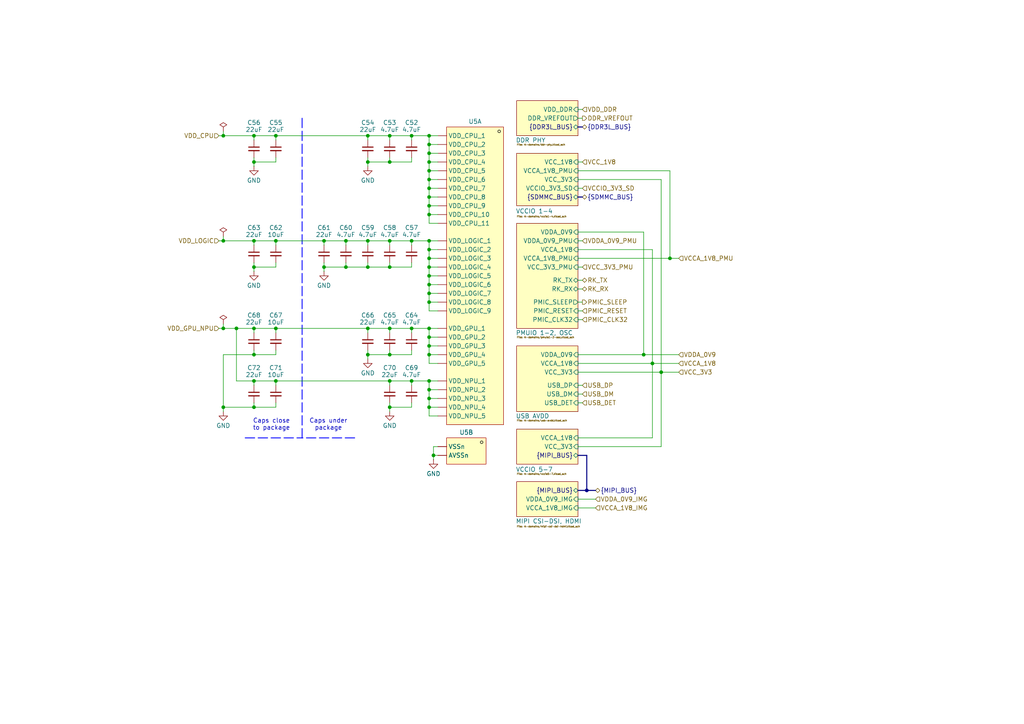
<source format=kicad_sch>
(kicad_sch (version 20250114) (generator "eeschema") (generator_version "9.0")
  (paper "A4")
  (lib_symbols
    (symbol "Device:C_Small" (pin_numbers (hide yes)) (pin_names (offset 0.254) (hide yes))
      (property "Reference" "C" (at 0.254 1.778 0))
      (property "Value" "C_Small" (at 0.254 -2.032 0))
      (symbol "C_Small_1_1"
        (pin passive line (at 0 2.54 270) (length 2.032) (name "~") (number "1"))
        (pin passive line (at 0 -2.54 90) (length 2.032) (name "~") (number "2"))
      )
    )
    (symbol "RK35661_RK3566-altium-import:root_0_RK3566_" (pin_numbers (hide yes))
      (property "Reference" "U5" (at 0 28.2631 0))
      (symbol "root_0_RK3566__1_0"
        (pin power_in line (at 10.16 40.64 180) (length 2.54) (name "VDD_CPU_1") (number "1C12"))
        (pin power_in line (at 10.16 38.1 180) (length 2.54) (name "VDD_CPU_2") (number "1D11"))
        (pin power_in line (at 10.16 35.56 180) (length 2.54) (name "VDD_CPU_3") (number "1D12"))
        (pin power_in line (at 10.16 33.02 180) (length 2.54) (name "VDD_CPU_4") (number "1E11"))
        (pin power_in line (at 10.16 30.48 180) (length 2.54) (name "VDD_CPU_5") (number "1E12"))
        (pin power_in line (at 10.16 27.94 180) (length 2.54) (name "VDD_CPU_6") (number "1E13"))
        (pin power_in line (at 10.16 25.4 180) (length 2.54) (name "VDD_CPU_7") (number "1F11"))
        (pin power_in line (at 10.16 22.86 180) (length 2.54) (name "VDD_CPU_8") (number "1F12"))
        (pin power_in line (at 10.16 20.32 180) (length 2.54) (name "VDD_CPU_9") (number "1F13"))
        (pin power_in line (at 10.16 17.78 180) (length 2.54) (name "VDD_CPU_10") (number "1F14"))
        (pin power_in line (at 10.16 15.24 180) (length 2.54) (name "VDD_CPU_11") (number "1G13"))
        (pin power_in line (at 10.16 10.16 180) (length 2.54) (name "VDD_LOGIC_1") (number "1H7"))
        (pin power_in line (at 10.16 7.62 180) (length 2.54) (name "VDD_LOGIC_2") (number "1H8"))
        (pin power_in line (at 10.16 5.08 180) (length 2.54) (name "VDD_LOGIC_3") (number "1H9"))
        (pin power_in line (at 10.16 2.54 180) (length 2.54) (name "VDD_LOGIC_4") (number "1H10"))
        (pin power_in line (at 10.16 0 180) (length 2.54) (name "VDD_LOGIC_5") (number "1J7"))
        (pin power_in line (at 10.16 -2.54 180) (length 2.54) (name "VDD_LOGIC_6") (number "1J10"))
        (pin power_in line (at 10.16 -5.08 180) (length 2.54) (name "VDD_LOGIC_7") (number "1K7"))
        (pin power_in line (at 10.16 -7.62 180) (length 2.54) (name "VDD_LOGIC_8") (number "1K10"))
        (pin power_in line (at 10.16 -10.16 180) (length 2.54) (name "VDD_LOGIC_9") (number "1L7"))
        (pin power_in line (at 10.16 -15.24 180) (length 2.54) (name "VDD_GPU_1") (number "1L8"))
        (pin power_in line (at 10.16 -17.78 180) (length 2.54) (name "VDD_GPU_2") (number "1L9"))
        (pin power_in line (at 10.16 -20.32 180) (length 2.54) (name "VDD_GPU_3") (number "1M7"))
        (pin power_in line (at 10.16 -22.86 180) (length 2.54) (name "VDD_GPU_4") (number "1M8"))
        (pin power_in line (at 10.16 -25.4 180) (length 2.54) (name "VDD_GPU_5") (number "1M9"))
        (pin power_in line (at 10.16 -30.48 180) (length 2.54) (name "VDD_NPU_1") (number "1G15"))
        (pin power_in line (at 10.16 -33.02 180) (length 2.54) (name "VDD_NPU_2") (number "1H14"))
        (pin power_in line (at 10.16 -35.56 180) (length 2.54) (name "VDD_NPU_3") (number "1H15"))
        (pin power_in line (at 10.16 -38.1 180) (length 2.54) (name "VDD_NPU_4") (number "1J14"))
        (pin power_in line (at 10.16 -40.64 180) (length 2.54) (name "VDD_NPU_5") (number "1J15"))
      )
      (symbol "root_0_RK3566__2_0"
        (pin passive line (at 7.62 1.27 180) (length 2.54) (hide yes) (name "VSS_30") (number "1B10"))
        (pin passive line (at 7.62 1.27 180) (length 2.54) (hide yes) (name "VSS_31") (number "1B11"))
        (pin passive line (at 7.62 1.27 180) (length 2.54) (hide yes) (name "VSS_32") (number "1B15"))
        (pin passive line (at 7.62 1.27 180) (length 2.54) (hide yes) (name "VSS_33") (number "1B19"))
        (pin passive line (at 7.62 1.27 180) (length 2.54) (hide yes) (name "VSS_39") (number "1C14"))
        (pin passive line (at 7.62 1.27 180) (length 2.54) (hide yes) (name "VSS_40") (number "1C16"))
        (pin passive line (at 7.62 1.27 180) (length 2.54) (hide yes) (name "VSS_41") (number "1C18"))
        (pin passive line (at 7.62 1.27 180) (length 2.54) (hide yes) (name "VSS_34") (number "1C4"))
        (pin passive line (at 7.62 1.27 180) (length 2.54) (hide yes) (name "VSS_35") (number "1C5"))
        (pin passive line (at 7.62 1.27 180) (length 2.54) (hide yes) (name "VSS_36") (number "1C6"))
        (pin passive line (at 7.62 1.27 180) (length 2.54) (hide yes) (name "VSS_37") (number "1C8"))
        (pin passive line (at 7.62 1.27 180) (length 2.54) (hide yes) (name "VSS_38") (number "1C9"))
        (pin passive line (at 7.62 1.27 180) (length 2.54) (hide yes) (name "VSS_42") (number "1D1"))
        (pin passive line (at 7.62 1.27 180) (length 2.54) (hide yes) (name "VSS_44") (number "1D10"))
        (pin passive line (at 7.62 1.27 180) (length 2.54) (hide yes) (name "VSS_45") (number "1D14"))
        (pin passive line (at 7.62 1.27 180) (length 2.54) (hide yes) (name "VSS_43") (number "1D3"))
        (pin passive line (at 7.62 1.27 180) (length 2.54) (hide yes) (name "VSS_48") (number "1E10"))
        (pin passive line (at 7.62 1.27 180) (length 2.54) (hide yes) (name "VSS_49") (number "1E14"))
        (pin passive line (at 7.62 1.27 180) (length 2.54) (hide yes) (name "VSS_50") (number "1E15"))
        (pin passive line (at 7.62 1.27 180) (length 2.54) (hide yes) (name "VSS_51") (number "1E17"))
        (pin passive line (at 7.62 1.27 180) (length 2.54) (hide yes) (name "VSS_46") (number "1E3"))
        (pin passive line (at 7.62 1.27 180) (length 2.54) (hide yes) (name "VSS_47") (number "1E8"))
        (pin passive line (at 7.62 1.27 180) (length 2.54) (hide yes) (name "VSS_56") (number "1F10"))
        (pin passive line (at 7.62 1.27 180) (length 2.54) (hide yes) (name "VSS_57") (number "1F15"))
        (pin passive line (at 7.62 1.27 180) (length 2.54) (hide yes) (name "VSS_58") (number "1F16"))
        (pin passive line (at 7.62 1.27 180) (length 2.54) (hide yes) (name "VSS_52") (number "1F6"))
        (pin passive line (at 7.62 1.27 180) (length 2.54) (hide yes) (name "VSS_53") (number "1F7"))
        (pin passive line (at 7.62 1.27 180) (length 2.54) (hide yes) (name "VSS_54") (number "1F8"))
        (pin passive line (at 7.62 1.27 180) (length 2.54) (hide yes) (name "VSS_55") (number "1F9"))
        (pin passive line (at 7.62 1.27 180) (length 2.54) (hide yes) (name "VSS_64") (number "1G10"))
        (pin passive line (at 7.62 1.27 180) (length 2.54) (hide yes) (name "VSS_65") (number "1G11"))
        (pin passive line (at 7.62 1.27 180) (length 2.54) (hide yes) (name "VSS_66") (number "1G12"))
        (pin passive line (at 7.62 1.27 180) (length 2.54) (hide yes) (name "VSS_67") (number "1G14"))
        (pin passive line (at 7.62 1.27 180) (length 2.54) (hide yes) (name "VSS_59") (number "1G3"))
        (pin passive line (at 7.62 1.27 180) (length 2.54) (hide yes) (name "VSS_60") (number "1G6"))
        (pin passive line (at 7.62 1.27 180) (length 2.54) (hide yes) (name "VSS_61") (number "1G7"))
        (pin passive line (at 7.62 1.27 180) (length 2.54) (hide yes) (name "VSS_62") (number "1G8"))
        (pin passive line (at 7.62 1.27 180) (length 2.54) (hide yes) (name "VSS_63") (number "1G9"))
        (pin passive line (at 7.62 1.27 180) (length 2.54) (hide yes) (name "VSS_68") (number "1H1"))
        (pin passive line (at 7.62 1.27 180) (length 2.54) (hide yes) (name "VSS_71") (number "1H11"))
        (pin passive line (at 7.62 1.27 180) (length 2.54) (hide yes) (name "VSS_72") (number "1H12"))
        (pin passive line (at 7.62 1.27 180) (length 2.54) (hide yes) (name "VSS_73") (number "1H13"))
        (pin passive line (at 7.62 1.27 180) (length 2.54) (hide yes) (name "VSS_69") (number "1H2"))
        (pin passive line (at 7.62 1.27 180) (length 2.54) (hide yes) (name "VSS_70") (number "1H6"))
        (pin passive line (at 7.62 1.27 180) (length 2.54) (hide yes) (name "VSS_74") (number "1J1"))
        (pin passive line (at 7.62 1.27 180) (length 2.54) (hide yes) (name "VSS_78") (number "1J11"))
        (pin passive line (at 7.62 1.27 180) (length 2.54) (hide yes) (name "VSS_79") (number "1J12"))
        (pin passive line (at 7.62 1.27 180) (length 2.54) (hide yes) (name "VSS_80") (number "1J13"))
        (pin passive line (at 7.62 1.27 180) (length 2.54) (hide yes) (name "VSS_75") (number "1J6"))
        (pin passive line (at 7.62 1.27 180) (length 2.54) (hide yes) (name "VSS_76") (number "1J8"))
        (pin passive line (at 7.62 1.27 180) (length 2.54) (hide yes) (name "VSS_77") (number "1J9"))
        (pin passive line (at 7.62 1.27 180) (length 2.54) (hide yes) (name "VSS_88") (number "1K11"))
        (pin passive line (at 7.62 1.27 180) (length 2.54) (hide yes) (name "VSS_89") (number "1K12"))
        (pin passive line (at 7.62 1.27 180) (length 2.54) (hide yes) (name "VSS_90") (number "1K13"))
        (pin passive line (at 7.62 1.27 180) (length 2.54) (hide yes) (name "VSS_91") (number "1K14"))
        (pin passive line (at 7.62 1.27 180) (length 2.54) (hide yes) (name "VSS_92") (number "1K15"))
        (pin passive line (at 7.62 1.27 180) (length 2.54) (hide yes) (name "VSS_81") (number "1K2"))
        (pin passive line (at 7.62 1.27 180) (length 2.54) (hide yes) (name "VSS_82") (number "1K3"))
        (pin passive line (at 7.62 1.27 180) (length 2.54) (hide yes) (name "VSS_83") (number "1K4"))
        (pin passive line (at 7.62 1.27 180) (length 2.54) (hide yes) (name "VSS_84") (number "1K5"))
        (pin passive line (at 7.62 1.27 180) (length 2.54) (hide yes) (name "VSS_85") (number "1K6"))
        (pin passive line (at 7.62 1.27 180) (length 2.54) (hide yes) (name "VSS_86") (number "1K8"))
        (pin passive line (at 7.62 1.27 180) (length 2.54) (hide yes) (name "VSS_87") (number "1K9"))
        (pin passive line (at 7.62 1.27 180) (length 2.54) (hide yes) (name "VSS_95") (number "1L10"))
        (pin passive line (at 7.62 1.27 180) (length 2.54) (hide yes) (name "VSS_96") (number "1L11"))
        (pin passive line (at 7.62 1.27 180) (length 2.54) (hide yes) (name "VSS_97") (number "1L12"))
        (pin passive line (at 7.62 1.27 180) (length 2.54) (hide yes) (name "VSS_98") (number "1L13"))
        (pin passive line (at 7.62 1.27 180) (length 2.54) (hide yes) (name "VSS_99") (number "1L14"))
        (pin passive line (at 7.62 1.27 180) (length 2.54) (hide yes) (name "VSS_100") (number "1L15"))
        (pin passive line (at 7.62 1.27 180) (length 2.54) (hide yes) (name "VSS_93") (number "1L3"))
        (pin passive line (at 7.62 1.27 180) (length 2.54) (hide yes) (name "VSS_94") (number "1L6"))
        (pin passive line (at 7.62 1.27 180) (length 2.54) (hide yes) (name "VSS_105") (number "1M10"))
        (pin passive line (at 7.62 1.27 180) (length 2.54) (hide yes) (name "VSS_106") (number "1M11"))
        (pin passive line (at 7.62 1.27 180) (length 2.54) (hide yes) (name "VSS_107") (number "1M12"))
        (pin passive line (at 7.62 1.27 180) (length 2.54) (hide yes) (name "VSS_108") (number "1M13"))
        (pin passive line (at 7.62 1.27 180) (length 2.54) (hide yes) (name "VSS_109") (number "1M14"))
        (pin passive line (at 7.62 1.27 180) (length 2.54) (hide yes) (name "VSS_110") (number "1M15"))
        (pin passive line (at 7.62 1.27 180) (length 2.54) (hide yes) (name "VSS_111") (number "1M16"))
        (pin passive line (at 7.62 1.27 180) (length 2.54) (hide yes) (name "VSS_112") (number "1M17"))
        (pin passive line (at 7.62 1.27 180) (length 2.54) (hide yes) (name "VSS_113") (number "1M20"))
        (pin passive line (at 7.62 1.27 180) (length 2.54) (hide yes) (name "VSS_101") (number "1M3"))
        (pin passive line (at 7.62 1.27 180) (length 2.54) (hide yes) (name "VSS_102") (number "1M4"))
        (pin passive line (at 7.62 1.27 180) (length 2.54) (hide yes) (name "VSS_103") (number "1M5"))
        (pin passive line (at 7.62 1.27 180) (length 2.54) (hide yes) (name "VSS_104") (number "1M6"))
        (pin passive line (at 7.62 1.27 180) (length 2.54) (hide yes) (name "VSS_114") (number "1N3"))
        (pin passive line (at 7.62 1.27 180) (length 2.54) (hide yes) (name "VSS_115") (number "1N4"))
        (pin passive line (at 7.62 1.27 180) (length 2.54) (hide yes) (name "VSS_116") (number "1N7"))
        (pin passive line (at 7.62 1.27 180) (length 2.54) (hide yes) (name "VSS_117") (number "1P1"))
        (pin passive line (at 7.62 1.27 180) (length 2.54) (hide yes) (name "VSS_121") (number "1P15"))
        (pin passive line (at 7.62 1.27 180) (length 2.54) (hide yes) (name "VSS_118") (number "1P5"))
        (pin passive line (at 7.62 1.27 180) (length 2.54) (hide yes) (name "VSS_119") (number "1P6"))
        (pin passive line (at 7.62 1.27 180) (length 2.54) (hide yes) (name "VSS_120") (number "1P7"))
        (pin passive line (at 7.62 1.27 180) (length 2.54) (hide yes) (name "VSS_122") (number "1R3"))
        (pin passive line (at 7.62 1.27 180) (length 2.54) (hide yes) (name "VSS_123") (number "1R4"))
        (pin passive line (at 7.62 1.27 180) (length 2.54) (hide yes) (name "VSS_124") (number "1R5"))
        (pin passive line (at 7.62 1.27 180) (length 2.54) (hide yes) (name "VSS_125") (number "1R6"))
        (pin passive line (at 7.62 1.27 180) (length 2.54) (hide yes) (name "VSS_126") (number "1R7"))
        (pin passive line (at 7.62 1.27 180) (length 2.54) (hide yes) (name "VSS_127") (number "1T3"))
        (pin passive line (at 7.62 1.27 180) (length 2.54) (hide yes) (name "VSS_128") (number "1T5"))
        (pin passive line (at 7.62 1.27 180) (length 2.54) (hide yes) (name "VSS_129") (number "1U2"))
        (pin passive line (at 7.62 1.27 180) (length 2.54) (hide yes) (name "VSS_130") (number "1V1"))
        (pin passive line (at 7.62 1.27 180) (length 2.54) (hide yes) (name "VSS_131") (number "1V4"))
        (pin passive line (at 7.62 1.27 180) (length 2.54) (name "VSSn") (number "A1"))
        (pin passive line (at 7.62 1.27 180) (length 2.54) (hide yes) (name "VSS_2") (number "A2"))
        (pin passive line (at 7.62 1.27 180) (length 2.54) (hide yes) (name "VSS_3") (number "A38"))
        (pin passive line (at 7.62 1.27 180) (length 2.54) (hide yes) (name "VSS_18") (number "AA2"))
        (pin passive line (at 7.62 1.27 180) (length 2.54) (hide yes) (name "VSS_24") (number "AC37"))
        (pin passive line (at 7.62 1.27 180) (length 2.54) (hide yes) (name "VSS_19") (number "AD2"))
        (pin passive line (at 7.62 1.27 180) (length 2.54) (hide yes) (name "VSS_25") (number "AE37"))
        (pin passive line (at 7.62 1.27 180) (length 2.54) (hide yes) (name "VSS_26") (number "AH37"))
        (pin passive line (at 7.62 1.27 180) (length 2.54) (hide yes) (name "VSS_27") (number "AL37"))
        (pin passive line (at 7.62 1.27 180) (length 2.54) (hide yes) (name "VSS_20") (number "AP2"))
        (pin passive line (at 7.62 1.27 180) (length 2.54) (hide yes) (name "VSS_28") (number "AP37"))
        (pin passive line (at 7.62 1.27 180) (length 2.54) (hide yes) (name "VSS_22") (number "AP8"))
        (pin passive line (at 7.62 1.27 180) (length 2.54) (hide yes) (name "VSS_21") (number "AR1"))
        (pin passive line (at 7.62 1.27 180) (length 2.54) (hide yes) (name "VSS_29") (number "AR38"))
        (pin passive line (at 7.62 1.27 180) (length 2.54) (hide yes) (name "VSS_4") (number "B1"))
        (pin passive line (at 7.62 1.27 180) (length 2.54) (hide yes) (name "VSS_7") (number "B11"))
        (pin passive line (at 7.62 1.27 180) (length 2.54) (hide yes) (name "VSS_8") (number "B14"))
        (pin passive line (at 7.62 1.27 180) (length 2.54) (hide yes) (name "VSS_9") (number "B18"))
        (pin passive line (at 7.62 1.27 180) (length 2.54) (hide yes) (name "VSS_5") (number "B2"))
        (pin passive line (at 7.62 1.27 180) (length 2.54) (hide yes) (name "VSS_10") (number "B21"))
        (pin passive line (at 7.62 1.27 180) (length 2.54) (hide yes) (name "VSS_11") (number "B28"))
        (pin passive line (at 7.62 1.27 180) (length 2.54) (hide yes) (name "VSS_12") (number "B31"))
        (pin passive line (at 7.62 1.27 180) (length 2.54) (hide yes) (name "VSS_6") (number "B6"))
        (pin passive line (at 7.62 1.27 180) (length 2.54) (hide yes) (name "VSS_13") (number "D2"))
        (pin passive line (at 7.62 1.27 180) (length 2.54) (hide yes) (name "VSS_23") (number "E37"))
        (pin passive line (at 7.62 1.27 180) (length 2.54) (hide yes) (name "VSS_14") (number "J2"))
        (pin passive line (at 7.62 1.27 180) (length 2.54) (hide yes) (name "VSS_15") (number "L2"))
        (pin passive line (at 7.62 1.27 180) (length 2.54) (hide yes) (name "VSS_16") (number "U2"))
        (pin passive line (at 7.62 1.27 180) (length 2.54) (hide yes) (name "VSS_17") (number "W2"))
        (pin passive line (at 7.62 -1.27 180) (length 2.54) (hide yes) (name "AVSS1_6") (number "1F20"))
        (pin passive line (at 7.62 -1.27 180) (length 2.54) (hide yes) (name "AVSS1_7") (number "1G16"))
        (pin passive line (at 7.62 -1.27 180) (length 2.54) (hide yes) (name "AVSS1_8") (number "1G18"))
        (pin passive line (at 7.62 -1.27 180) (length 2.54) (hide yes) (name "AVSS1_9") (number "1G19"))
        (pin passive line (at 7.62 -1.27 180) (length 2.54) (hide yes) (name "AVSS1_10") (number "1G20"))
        (pin passive line (at 7.62 -1.27 180) (length 2.54) (hide yes) (name "AVSS1_11") (number "1J16"))
        (pin passive line (at 7.62 -1.27 180) (length 2.54) (hide yes) (name "AVSS1_12") (number "1J18"))
        (pin passive line (at 7.62 -1.27 180) (length 2.54) (hide yes) (name "AVSS1_13") (number "1K18"))
        (pin passive line (at 7.62 -1.27 180) (length 2.54) (hide yes) (name "AVSS1_14") (number "1L19"))
        (pin passive line (at 7.62 -1.27 180) (length 2.54) (hide yes) (name "AVSS_9") (number "1N11"))
        (pin passive line (at 7.62 -1.27 180) (length 2.54) (hide yes) (name "AVSS_10") (number "1N12"))
        (pin passive line (at 7.62 -1.27 180) (length 2.54) (hide yes) (name "AVSS_12") (number "1P10"))
        (pin passive line (at 7.62 -1.27 180) (length 2.54) (hide yes) (name "AVSS_13") (number "1P14"))
        (pin passive line (at 7.62 -1.27 180) (length 2.54) (hide yes) (name "AVSS_11") (number "1P8"))
        (pin passive line (at 7.62 -1.27 180) (length 2.54) (hide yes) (name "AVSS_16") (number "1R11"))
        (pin passive line (at 7.62 -1.27 180) (length 2.54) (hide yes) (name "AVSS_17") (number "1R12"))
        (pin passive line (at 7.62 -1.27 180) (length 2.54) (hide yes) (name "AVSS_18") (number "1R13"))
        (pin passive line (at 7.62 -1.27 180) (length 2.54) (hide yes) (name "AVSS_19") (number "1R14"))
        (pin passive line (at 7.62 -1.27 180) (length 2.54) (hide yes) (name "AVSS_20") (number "1R15"))
        (pin passive line (at 7.62 -1.27 180) (length 2.54) (hide yes) (name "AVSS_14") (number "1R8"))
        (pin passive line (at 7.62 -1.27 180) (length 2.54) (hide yes) (name "AVSS_15") (number "1R9"))
        (pin passive line (at 7.62 -1.27 180) (length 2.54) (hide yes) (name "AVSS_24") (number "1T10"))
        (pin passive line (at 7.62 -1.27 180) (length 2.54) (hide yes) (name "AVSS_25") (number "1T11"))
        (pin passive line (at 7.62 -1.27 180) (length 2.54) (hide yes) (name "AVSS_26") (number "1T12"))
        (pin passive line (at 7.62 -1.27 180) (length 2.54) (hide yes) (name "AVSS_27") (number "1T13"))
        (pin passive line (at 7.62 -1.27 180) (length 2.54) (hide yes) (name "AVSS_28") (number "1T14"))
        (pin passive line (at 7.62 -1.27 180) (length 2.54) (hide yes) (name "AVSS_29") (number "1T15"))
        (pin passive line (at 7.62 -1.27 180) (length 2.54) (hide yes) (name "AVSS_30") (number "1T16"))
        (pin passive line (at 7.62 -1.27 180) (length 2.54) (hide yes) (name "AVSS_31") (number "1T17"))
        (pin passive line (at 7.62 -1.27 180) (length 2.54) (hide yes) (name "AVSS_21") (number "1T7"))
        (pin passive line (at 7.62 -1.27 180) (length 2.54) (hide yes) (name "AVSS_22") (number "1T8"))
        (pin passive line (at 7.62 -1.27 180) (length 2.54) (hide yes) (name "AVSS_23") (number "1T9"))
        (pin passive line (at 7.62 -1.27 180) (length 2.54) (hide yes) (name "AVSS_32") (number "1U12"))
        (pin passive line (at 7.62 -1.27 180) (length 2.54) (hide yes) (name "AVSS_33") (number "1U13"))
        (pin passive line (at 7.62 -1.27 180) (length 2.54) (hide yes) (name "AVSS_34") (number "1U15"))
        (pin passive line (at 7.62 -1.27 180) (length 2.54) (hide yes) (name "AVSS_35") (number "1U17"))
        (pin passive line (at 7.62 -1.27 180) (length 2.54) (hide yes) (name "AVSS_37") (number "1V12"))
        (pin passive line (at 7.62 -1.27 180) (length 2.54) (hide yes) (name "AVSS_38") (number "1V13"))
        (pin passive line (at 7.62 -1.27 180) (length 2.54) (hide yes) (name "AVSS_39") (number "1V18"))
        (pin passive line (at 7.62 -1.27 180) (length 2.54) (hide yes) (name "AVSS_36") (number "1V7"))
        (pin passive line (at 7.62 -1.27 180) (length 2.54) (hide yes) (name "AVSS_1") (number "AP13"))
        (pin passive line (at 7.62 -1.27 180) (length 2.54) (hide yes) (name "AVSS_2") (number "AP16"))
        (pin passive line (at 7.62 -1.27 180) (length 2.54) (hide yes) (name "AVSS_3") (number "AP19"))
        (pin passive line (at 7.62 -1.27 180) (length 2.54) (hide yes) (name "AVSS_4") (number "AP22"))
        (pin passive line (at 7.62 -1.27 180) (length 2.54) (hide yes) (name "AVSS_5") (number "AP25"))
        (pin passive line (at 7.62 -1.27 180) (length 2.54) (hide yes) (name "AVSS_6") (number "AP28"))
        (pin passive line (at 7.62 -1.27 180) (length 2.54) (hide yes) (name "AVSS_7") (number "AP31"))
        (pin passive line (at 7.62 -1.27 180) (length 2.54) (hide yes) (name "AVSS_8") (number "AP34"))
        (pin passive line (at 7.62 -1.27 180) (length 2.54) (name "AVSSn") (number "H37"))
        (pin passive line (at 7.62 -1.27 180) (length 2.54) (hide yes) (name "AVSS1_2") (number "L37"))
        (pin passive line (at 7.62 -1.27 180) (length 2.54) (hide yes) (name "AVSS1_3") (number "P37"))
        (pin passive line (at 7.62 -1.27 180) (length 2.54) (hide yes) (name "AVSS1_4") (number "U37"))
        (pin passive line (at 7.62 -1.27 180) (length 2.54) (hide yes) (name "AVSS1_5") (number "Y37"))
      )
      (symbol "root_0_RK3566__3_0"
        (pin passive line (at -22.86 55.88 0) (length 2.54) (name "DDR_AVSS") (number "1D4"))
        (pin passive line (at -22.86 53.34 0) (length 2.54) (name "DDR_DQS1N_B") (number "B17"))
        (pin passive line (at -22.86 50.8 0) (length 2.54) (name "DDR_DQS1P_B") (number "A17"))
        (pin passive line (at -22.86 48.26 0) (length 2.54) (name "DDR_DM1_B") (number "1A11"))
        (pin passive line (at -22.86 45.72 0) (length 2.54) (name "DDR_DQ15_B") (number "B16"))
        (pin passive line (at -22.86 43.18 0) (length 2.54) (name "DDR_DQ14_B") (number "1C10"))
        (pin passive line (at -22.86 40.64 0) (length 2.54) (name "DDR_DQ13_B") (number "B15"))
        (pin passive line (at -22.86 38.1 0) (length 2.54) (name "DDR_DQ12_B") (number "A15"))
        (pin passive line (at -22.86 35.56 0) (length 2.54) (name "DDR_DQ11_B") (number "B20"))
        (pin passive line (at -22.86 33.02 0) (length 2.54) (name "DDR_DQ10_B") (number "A20"))
        (pin passive line (at -22.86 30.48 0) (length 2.54) (name "DDR_DQ9_B") (number "A19"))
        (pin passive line (at -22.86 27.94 0) (length 2.54) (name "DDR_DQ8_B") (number "B19"))
        (pin passive line (at -22.86 25.4 0) (length 2.54) (name "DDR_DQS0N_B") (number "A12"))
        (pin passive line (at -22.86 22.86 0) (length 2.54) (name "DDR_DQS0P_B") (number "A13"))
        (pin passive line (at -22.86 20.32 0) (length 2.54) (name "DDR_DM0_B") (number "1B8"))
        (pin passive line (at -22.86 17.78 0) (length 2.54) (name "DDR_DQ7_B") (number "1A9"))
        (pin passive line (at -22.86 15.24 0) (length 2.54) (name "DDR_DQ6_B") (number "1B9"))
        (pin passive line (at -22.86 12.7 0) (length 2.54) (name "DDR_DQ5_B") (number "1A10"))
        (pin passive line (at -22.86 10.16 0) (length 2.54) (name "DDR_DQ4_B") (number "B13"))
        (pin passive line (at -22.86 7.62 0) (length 2.54) (name "DDR_DQ3_B") (number "1A7"))
        (pin passive line (at -22.86 5.08 0) (length 2.54) (name "DDR_DQ2_B") (number "1A8"))
        (pin passive line (at -22.86 2.54 0) (length 2.54) (name "DDR_DQ1_B") (number "B10"))
        (pin passive line (at -22.86 0 0) (length 2.54) (name "DDR_DQ0_B") (number "B12"))
        (pin passive line (at -22.86 -2.54 0) (length 2.54) (name "DDR_DQS1N_A") (number "N2"))
        (pin passive line (at -22.86 -5.08 0) (length 2.54) (name "DDR_DQS1P_A") (number "N1"))
        (pin passive line (at -22.86 -7.62 0) (length 2.54) (name "DDR_DM1_A") (number "1G1"))
        (pin passive line (at -22.86 -10.16 0) (length 2.54) (name "DDR_DQ15_A") (number "1G2"))
        (pin passive line (at -22.86 -12.7 0) (length 2.54) (name "DDR_DQ14_A") (number "1F1"))
        (pin passive line (at -22.86 -15.24 0) (length 2.54) (name "DDR_DQ13_A") (number "1F2"))
        (pin passive line (at -22.86 -17.78 0) (length 2.54) (name "DDR_DQ12_A") (number "M1"))
        (pin passive line (at -22.86 -20.32 0) (length 2.54) (name "DDR_DQ11_A") (number "T2"))
        (pin passive line (at -22.86 -22.86 0) (length 2.54) (name "DDR_DQ10_A") (number "R2"))
        (pin passive line (at -22.86 -25.4 0) (length 2.54) (name "DDR_DQ9_A") (number "R1"))
        (pin passive line (at -22.86 -27.94 0) (length 2.54) (name "DDR_DQ8_A") (number "P2"))
        (pin passive line (at -22.86 -30.48 0) (length 2.54) (name "DDR_DQS0N_A") (number "H1"))
        (pin passive line (at -22.86 -33.02 0) (length 2.54) (name "DDR_DQS0P_A") (number "H2"))
        (pin passive line (at -22.86 -35.56 0) (length 2.54) (name "DDR_DM0_A") (number "1E2"))
        (pin passive line (at -22.86 -38.1 0) (length 2.54) (name "DDR_DQ7_A") (number "1E1"))
        (pin passive line (at -22.86 -40.64 0) (length 2.54) (name "DDR_DQ6_A") (number "K2"))
        (pin passive line (at -22.86 -43.18 0) (length 2.54) (name "DDR_DQ5_A") (number "K1"))
        (pin passive line (at -22.86 -45.72 0) (length 2.54) (name "DDR_DQ4_A") (number "M2"))
        (pin passive line (at -22.86 -48.26 0) (length 2.54) (name "DDR_DQ3_A") (number "E1"))
        (pin passive line (at -22.86 -50.8 0) (length 2.54) (name "DDR_DQ2_A") (number "F1"))
        (pin passive line (at -22.86 -53.34 0) (length 2.54) (name "DDR_DQ1_A") (number "F2"))
        (pin passive line (at -22.86 -55.88 0) (length 2.54) (name "DDR_DQ0_A") (number "G2"))
        (pin passive line (at 22.86 55.88 180) (length 2.54) (name "DDR_VDDQL_5") (number "1G5"))
        (pin passive line (at 22.86 53.34 180) (length 2.54) (name "DDR_VDDQL_4") (number "1F5"))
        (pin passive line (at 22.86 50.8 180) (length 2.54) (name "DDR_VDDQL_3") (number "1E9"))
        (pin passive line (at 22.86 48.26 180) (length 2.54) (name "DDR_VDDQL_2") (number "1E7"))
        (pin passive line (at 22.86 45.72 180) (length 2.54) (name "DDR_VDDQL_1") (number "1E6"))
        (pin passive line (at 22.86 43.18 180) (length 2.54) (name "DDR_VDDQ_8") (number "1G4"))
        (pin passive line (at 22.86 40.64 180) (length 2.54) (name "DDR_VDDQ_7") (number "1F4"))
        (pin passive line (at 22.86 38.1 180) (length 2.54) (name "DDR_VDDQ_6") (number "1E4"))
        (pin passive line (at 22.86 35.56 180) (length 2.54) (name "DDR_VDDQ_5") (number "1D9"))
        (pin passive line (at 22.86 33.02 180) (length 2.54) (name "DDR_VDDQ_4") (number "1D8"))
        (pin passive line (at 22.86 30.48 180) (length 2.54) (name "DDR_VDDQ_3") (number "1D7"))
        (pin passive line (at 22.86 27.94 180) (length 2.54) (name "DDR_VDDQ_2") (number "1D6"))
        (pin passive line (at 22.86 25.4 180) (length 2.54) (name "DDR_VDDQ_1") (number "1D5"))
        (pin passive line (at 22.86 22.86 180) (length 2.54) (name "DDR_VREFOUT") (number "1H3"))
        (pin passive line (at 22.86 20.32 180) (length 2.54) (name "DDR_RZQ") (number "1F3"))
        (pin passive line (at 22.86 17.78 180) (length 2.54) (name "AC29") (number "1C7"))
        (pin passive line (at 22.86 15.24 180) (length 2.54) (name "AC28") (number "1B5"))
        (pin passive line (at 22.86 12.7 180) (length 2.54) (name "AC27") (number "1A5"))
        (pin passive line (at 22.86 10.16 180) (length 2.54) (name "AC26") (number "A3"))
        (pin passive line (at 22.86 7.62 180) (length 2.54) (name "AC25") (number "B3"))
        (pin passive line (at 22.86 5.08 180) (length 2.54) (name "AC24") (number "B5"))
        (pin passive line (at 22.86 2.54 180) (length 2.54) (name "AC23") (number "A5"))
        (pin passive line (at 22.86 0 180) (length 2.54) (name "AC22") (number "B4"))
        (pin passive line (at 22.86 -2.54 180) (length 2.54) (name "AC21") (number "1C2"))
        (pin passive line (at 22.86 -5.08 180) (length 2.54) (name "AC20") (number "1A4"))
        (pin passive line (at 22.86 -7.62 180) (length 2.54) (name "AC19") (number "1A6"))
        (pin passive line (at 22.86 -10.16 180) (length 2.54) (name "AC18") (number "1B7"))
        (pin passive line (at 22.86 -12.7 180) (length 2.54) (name "AC17") (number "1A2"))
        (pin passive line (at 22.86 -15.24 180) (length 2.54) (name "AC16") (number "1A1"))
        (pin passive line (at 22.86 -17.78 180) (length 2.54) (name "AC15") (number "1C1"))
        (pin passive line (at 22.86 -20.32 180) (length 2.54) (name "AC14") (number "1B1"))
        (pin passive line (at 22.86 -22.86 180) (length 2.54) (name "AC13") (number "A9"))
        (pin passive line (at 22.86 -25.4 180) (length 2.54) (name "AC12") (number "1B3"))
        (pin passive line (at 22.86 -27.94 180) (length 2.54) (name "AC11") (number "C2"))
        (pin passive line (at 22.86 -30.48 180) (length 2.54) (name "AC10") (number "1A3"))
        (pin passive line (at 22.86 -33.02 180) (length 2.54) (name "AC9") (number "B7"))
        (pin passive line (at 22.86 -35.56 180) (length 2.54) (name "AC8") (number "E2"))
        (pin passive line (at 22.86 -38.1 180) (length 2.54) (name "AC7") (number "A10"))
        (pin passive line (at 22.86 -40.64 180) (length 2.54) (name "AC6") (number "B9"))
        (pin passive line (at 22.86 -43.18 180) (length 2.54) (name "AC5") (number "B8"))
        (pin passive line (at 22.86 -45.72 180) (length 2.54) (name "AC4") (number "1B6"))
        (pin passive line (at 22.86 -48.26 180) (length 2.54) (name "AC3") (number "1C3"))
        (pin passive line (at 22.86 -50.8 180) (length 2.54) (name "AC2") (number "C1"))
        (pin passive line (at 22.86 -53.34 180) (length 2.54) (name "AC1") (number "1D2"))
        (pin passive line (at 22.86 -55.88 180) (length 2.54) (name "AC0") (number "A7"))
      )
      (symbol "root_0_RK3566__4_0"
        (pin passive line (at -31.75 26.67 0) (length 2.54) (name "XOUT24M") (number "AD38"))
        (pin passive line (at -31.75 24.13 0) (length 2.54) (name "XIN24M") (number "AD37"))
        (pin passive line (at -31.75 21.59 0) (length 2.54) (name "TVSS") (number "1M18"))
        (pin passive line (at -31.75 19.05 0) (length 2.54) (name "GPIO0_D3_d") (number "1N19"))
        (pin passive line (at -31.75 16.51 0) (length 2.54) (name "GPIO0_D4_d") (number "1M19"))
        (pin passive line (at -31.75 13.97 0) (length 2.54) (name "GPIO0_D5_d") (number "1N20"))
        (pin passive line (at -31.75 11.43 0) (length 2.54) (name "GPIO0_D6_d") (number "1P20"))
        (pin passive line (at -31.75 8.89 0) (length 2.54) (name "PMUPLL_AVDD_0V9") (number "1P17"))
        (pin passive line (at -31.75 6.35 0) (length 2.54) (name "PMUPLL_AVDD_1V8") (number "1N18"))
        (pin passive line (at -31.75 3.81 0) (length 2.54) (name "PMUPLL_AVSS") (number "1N17"))
        (pin passive line (at -31.75 1.27 0) (length 2.54) (name "SYSPLL_AVDD_0V9") (number "1H5"))
        (pin passive line (at -31.75 -1.27 0) (length 2.54) (name "SYSPLL_AVDD_1V8") (number "1H4"))
        (pin passive line (at -31.75 -3.81 0) (length 2.54) (name "SYSPLL_AVSS") (number "1J5"))
        (pin passive line (at -31.75 -6.35 0) (length 2.54) (name "nPOR_u") (number "AG38"))
        (pin passive line (at -31.75 -8.89 0) (length 2.54) (name "GPIO0_A0_d") (number "1P18"))
        (pin passive line (at -31.75 -11.43 0) (length 2.54) (name "GPIO0_A1_z") (number "1R20"))
        (pin passive line (at -31.75 -13.97 0) (length 2.54) (name "GPIO0_A2_d") (number "1P19"))
        (pin passive line (at -31.75 -16.51 0) (length 2.54) (name "GPIO0_A3_u") (number "1R19"))
        (pin passive line (at -31.75 -19.05 0) (length 2.54) (name "GPIO0_A4_u") (number "AF37"))
        (pin passive line (at -31.75 -21.59 0) (length 2.54) (name "GPIO0_A5_d") (number "AG37"))
        (pin passive line (at -31.75 -24.13 0) (length 2.54) (name "GPIO0_A6_d") (number "AJ38"))
        (pin passive line (at -31.75 -26.67 0) (length 2.54) (name "GPIO0_A7_u") (number "AF38"))
        (pin passive line (at 31.75 25.4 180) (length 2.54) (name "PMU_VDD_LOGIC_0V9") (number "1N16"))
        (pin passive line (at 31.75 22.86 180) (length 2.54) (name "PMUIO2") (number "1N15"))
        (pin passive line (at 31.75 20.32 180) (length 2.54) (name "GPIO0_D1_u") (number "1U18"))
        (pin passive line (at 31.75 17.78 180) (length 2.54) (name "GPIO0_D0_u") (number "1V19"))
        (pin passive line (at 31.75 15.24 180) (length 2.54) (name "GPIO0_C7_d") (number "1V20"))
        (pin passive line (at 31.75 12.7 180) (length 2.54) (name "GPIO0_C6_d") (number "1T18"))
        (pin passive line (at 31.75 10.16 180) (length 2.54) (name "GPIO0_C5_d") (number "1U19"))
        (pin passive line (at 31.75 7.62 180) (length 2.54) (name "GPIO0_C4_d") (number "AN37"))
        (pin passive line (at 31.75 5.08 180) (length 2.54) (name "GPIO0_C3_d") (number "AN38"))
        (pin passive line (at 31.75 2.54 180) (length 2.54) (name "GPIO0_C2_d") (number "AM37"))
        (pin passive line (at 31.75 0 180) (length 2.54) (name "GPIO0_C1_d") (number "1R18"))
        (pin passive line (at 31.75 -2.54 180) (length 2.54) (name "GPIO0_C0_d") (number "1T19"))
        (pin passive line (at 31.75 -5.08 180) (length 2.54) (name "GPIO0_B7_d") (number "1R17"))
        (pin passive line (at 31.75 -7.62 180) (length 2.54) (name "GPIO0_B6_u") (number "1R16"))
        (pin passive line (at 31.75 -10.16 180) (length 2.54) (name "GPIO0_B5_u") (number "1U20"))
        (pin passive line (at 31.75 -12.7 180) (length 2.54) (name "GPIO0_B4_u") (number "AM38"))
        (pin passive line (at 31.75 -15.24 180) (length 2.54) (name "GPIO0_B3_u") (number "AK37"))
        (pin passive line (at 31.75 -17.78 180) (length 2.54) (name "GPIO0_B2_u") (number "AK38"))
        (pin passive line (at 31.75 -20.32 180) (length 2.54) (name "GPIO0_B1_u") (number "AJ37"))
        (pin passive line (at 31.75 -22.86 180) (length 2.54) (name "GPIO0_B0_u") (number "1T20"))
        (pin passive line (at 31.75 -25.4 180) (length 2.54) (name "PMUIO1") (number "1P16"))
      )
      (symbol "root_0_RK3566__5_0"
        (pin passive line (at -21.59 36.83 0) (length 2.54) (name "GPIO1_A0_u") (number "A22"))
        (pin passive line (at -21.59 34.29 0) (length 2.54) (name "GPIO1_A1_u") (number "B22"))
        (pin passive line (at -21.59 31.75 0) (length 2.54) (name "GPIO1_A2_d") (number "A23"))
        (pin passive line (at -21.59 29.21 0) (length 2.54) (name "GPIO1_A3_d") (number "B23"))
        (pin passive line (at -21.59 26.67 0) (length 2.54) (name "GPIO1_A4_d") (number "1A13"))
        (pin passive line (at -21.59 24.13 0) (length 2.54) (name "GPIO1_A5_d") (number "B24"))
        (pin passive line (at -21.59 21.59 0) (length 2.54) (name "GPIO1_A6_d") (number "1A14"))
        (pin passive line (at -21.59 19.05 0) (length 2.54) (name "GPIO1_A7_d") (number "B25"))
        (pin passive line (at -21.59 16.51 0) (length 2.54) (name "GPIO1_B0_d") (number "1B13"))
        (pin passive line (at -21.59 13.97 0) (length 2.54) (name "GPIO1_B1_d") (number "A26"))
        (pin passive line (at -21.59 11.43 0) (length 2.54) (name "GPIO1_B2_d") (number "B26"))
        (pin passive line (at -21.59 8.89 0) (length 2.54) (name "GPIO1_B3_d") (number "1B14"))
        (pin passive line (at -21.59 6.35 0) (length 2.54) (name "VCCIO1") (number "1D13"))
        (pin passive line (at -21.59 3.81 0) (length 2.54) (name "GPIO1_B4_u") (number "A32"))
        (pin passive line (at -21.59 1.27 0) (length 2.54) (name "GPIO1_B5_u") (number "B27"))
        (pin passive line (at -21.59 -1.27 0) (length 2.54) (name "GPIO1_B6_u") (number "B32"))
        (pin passive line (at -21.59 -3.81 0) (length 2.54) (name "GPIO1_B7_u") (number "B29"))
        (pin passive line (at -21.59 -6.35 0) (length 2.54) (name "GPIO1_C0_u") (number "B33"))
        (pin passive line (at -21.59 -8.89 0) (length 2.54) (name "GPIO1_C1_u") (number "A30"))
        (pin passive line (at -21.59 -11.43 0) (length 2.54) (name "GPIO1_C2_u") (number "B30"))
        (pin passive line (at -21.59 -13.97 0) (length 2.54) (name "GPIO1_C3_u") (number "A33"))
        (pin passive line (at -21.59 -16.51 0) (length 2.54) (name "GPIO1_C4_u") (number "A27"))
        (pin passive line (at -21.59 -19.05 0) (length 2.54) (name "GPIO1_C5_d") (number "A29"))
        (pin passive line (at -21.59 -21.59 0) (length 2.54) (name "GPIO1_C6_d") (number "1A16"))
        (pin passive line (at -21.59 -24.13 0) (length 2.54) (name "GPIO1_C7_d") (number "1B16"))
        (pin passive line (at -21.59 -26.67 0) (length 2.54) (name "GPIO1_D0_d") (number "1A15"))
        (pin passive line (at -21.59 -29.21 0) (length 2.54) (name "GPIO1_D1_u") (number "1A17"))
        (pin passive line (at -21.59 -31.75 0) (length 2.54) (name "GPIO1_D2_u") (number "1A18"))
        (pin passive line (at -21.59 -34.29 0) (length 2.54) (name "GPIO1_D3_u") (number "1B17"))
        (pin passive line (at -21.59 -36.83 0) (length 2.54) (name "GPIO1_D4_u") (number "1C15"))
        (pin passive line (at 21.59 35.56 180) (length 2.54) (name "VCCIO4") (number "1E16"))
        (pin passive line (at 21.59 33.02 180) (length 2.54) (name "GPIO2_C6_d") (number "B38"))
        (pin passive line (at 21.59 30.48 180) (length 2.54) (name "GPIO2_C5_d") (number "D37"))
        (pin passive line (at 21.59 27.94 180) (length 2.54) (name "GPIO2_C4_d") (number "1B20"))
        (pin passive line (at 21.59 25.4 180) (length 2.54) (name "GPIO2_C3_d") (number "1D19"))
        (pin passive line (at 21.59 22.86 180) (length 2.54) (name "GPIO2_C2_d") (number "C37"))
        (pin passive line (at 21.59 20.32 180) (length 2.54) (name "GPIO2_C1_d") (number "B36"))
        (pin passive line (at 21.59 17.78 180) (length 2.54) (name "GPIO2_C0_d") (number "A37"))
        (pin passive line (at 21.59 15.24 180) (length 2.54) (name "GPIO2_B7_d") (number "D38"))
        (pin passive line (at 21.59 12.7 180) (length 2.54) (name "GPIO2_B6_u") (number "G37"))
        (pin passive line (at 21.59 10.16 180) (length 2.54) (name "GPIO2_B5_u") (number "F37"))
        (pin passive line (at 21.59 7.62 180) (length 2.54) (name "GPIO2_B4_u") (number "F38"))
        (pin passive line (at 21.59 5.08 180) (length 2.54) (name "GPIO2_B3_u") (number "1C20"))
        (pin passive line (at 21.59 2.54 180) (length 2.54) (name "GPIO2_B2_u") (number "B34"))
        (pin passive line (at 21.59 0 180) (length 2.54) (name "GPIO2_B1_d") (number "A35"))
        (pin passive line (at 21.59 -2.54 180) (length 2.54) (name "GPIO2_B0_d") (number "B37"))
        (pin passive line (at 21.59 -5.08 180) (length 2.54) (name "GPIO2_A7_u") (number "B35"))
        (pin passive line (at 21.59 -7.62 180) (length 2.54) (name "GPIO2_A6_u") (number "1A20"))
        (pin passive line (at 21.59 -10.16 180) (length 2.54) (name "GPIO2_A5_u") (number "1D18"))
        (pin passive line (at 21.59 -12.7 180) (length 2.54) (name "GPIO2_A4_u") (number "1E18"))
        (pin passive line (at 21.59 -15.24 180) (length 2.54) (name "GPIO2_A3_u") (number "1C19"))
        (pin passive line (at 21.59 -17.78 180) (length 2.54) (name "VCCIO3") (number "1F17"))
        (pin passive line (at 21.59 -20.32 180) (length 2.54) (name "GPIO2_A2_d") (number "G38"))
        (pin passive line (at 21.59 -22.86 180) (length 2.54) (name "GPIO2_A1_u") (number "1E19"))
        (pin passive line (at 21.59 -25.4 180) (length 2.54) (name "GPIO2_A0_u") (number "1F18"))
        (pin passive line (at 21.59 -27.94 180) (length 2.54) (name "GPIO1_D7_u") (number "1D20"))
        (pin passive line (at 21.59 -30.48 180) (length 2.54) (name "GPIO1_D6_u") (number "1F19"))
        (pin passive line (at 21.59 -33.02 180) (length 2.54) (name "GPIO1_D5_u") (number "1E20"))
        (pin passive line (at 21.59 -35.56 180) (length 2.54) (name "VCCIO2") (number "1C13"))
      )
      (symbol "root_0_RK3566__6_0"
        (pin passive line (at -26.67 41.91 0) (length 2.54) (name "GPIO3_A1_d") (number "1U5"))
        (pin passive line (at -26.67 39.37 0) (length 2.54) (name "GPIO3_A2_d") (number "AR10"))
        (pin passive line (at -26.67 36.83 0) (length 2.54) (name "GPIO3_A3_d") (number "AP10"))
        (pin passive line (at -26.67 34.29 0) (length 2.54) (name "GPIO3_A4_d") (number "AR9"))
        (pin passive line (at -26.67 31.75 0) (length 2.54) (name "GPIO3_A5_d") (number "AP9"))
        (pin passive line (at -26.67 29.21 0) (length 2.54) (name "GPIO3_A6_d") (number "1U4"))
        (pin passive line (at -26.67 26.67 0) (length 2.54) (name "GPIO3_A7_d") (number "1V3"))
        (pin passive line (at -26.67 24.13 0) (length 2.54) (name "GPIO3_B0_d") (number "AR7"))
        (pin passive line (at -26.67 21.59 0) (length 2.54) (name "GPIO3_B1_d") (number "AP7"))
        (pin passive line (at -26.67 19.05 0) (length 2.54) (name "GPIO3_B2_d") (number "AR6"))
        (pin passive line (at -26.67 16.51 0) (length 2.54) (name "GPIO3_B3_d") (number "AP6"))
        (pin passive line (at -26.67 13.97 0) (length 2.54) (name "GPIO3_B4_d") (number "1U3"))
        (pin passive line (at -26.67 11.43 0) (length 2.54) (name "GPIO3_B5_d") (number "1T4"))
        (pin passive line (at -26.67 8.89 0) (length 2.54) (name "GPIO3_B6_d") (number "1V2"))
        (pin passive line (at -26.67 6.35 0) (length 2.54) (name "GPIO3_B7_d") (number "AP5"))
        (pin passive line (at -26.67 3.81 0) (length 2.54) (name "GPIO3_C0_d") (number "AR4"))
        (pin passive line (at -26.67 1.27 0) (length 2.54) (name "GPIO3_C1_d") (number "AP4"))
        (pin passive line (at -26.67 -1.27 0) (length 2.54) (name "GPIO3_C2_d") (number "AP3"))
        (pin passive line (at -26.67 -3.81 0) (length 2.54) (name "GPIO3_C3_d") (number "AR2"))
        (pin passive line (at -26.67 -6.35 0) (length 2.54) (name "GPIO3_C4_d") (number "1P3"))
        (pin passive line (at -26.67 -8.89 0) (length 2.54) (name "GPIO3_C5_d") (number "1P4"))
        (pin passive line (at -26.67 -11.43 0) (length 2.54) (name "VCCIO5_1") (number "1N5"))
        (pin passive line (at -26.67 -13.97 0) (length 2.54) (name "VCCIO5_2") (number "1N6"))
        (pin passive line (at -26.67 -16.51 0) (length 2.54) (name "GPIO3_C6_d") (number "1T2"))
        (pin passive line (at -26.67 -19.05 0) (length 2.54) (name "GPIO3_C7_d") (number "1U1"))
        (pin passive line (at -26.67 -21.59 0) (length 2.54) (name "GPIO3_D0_d") (number "AP1"))
        (pin passive line (at -26.67 -24.13 0) (length 2.54) (name "GPIO3_D1_d") (number "AN2"))
        (pin passive line (at -26.67 -26.67 0) (length 2.54) (name "GPIO3_D2_d") (number "AM2"))
        (pin passive line (at -26.67 -29.21 0) (length 2.54) (name "GPIO3_D3_d") (number "AM1"))
        (pin passive line (at -26.67 -31.75 0) (length 2.54) (name "GPIO3_D4_d") (number "1R2"))
        (pin passive line (at -26.67 -34.29 0) (length 2.54) (name "GPIO3_D5_d") (number "1T1"))
        (pin passive line (at -26.67 -36.83 0) (length 2.54) (name "GPIO3_D6_d") (number "AL2"))
        (pin passive line (at -26.67 -39.37 0) (length 2.54) (name "GPIO3_D7_d") (number "AL1"))
        (pin passive line (at -26.67 -41.91 0) (length 2.54) (name "GPIO4_A0_d") (number "AK2"))
        (pin passive line (at 26.67 41.91 180) (length 2.54) (name "OTP_VCC1V8") (number "1D15"))
        (pin passive line (at 26.67 39.37 180) (length 2.54) (name "SARADC_AVDD_1V8") (number "1D16"))
        (pin passive line (at 26.67 36.83 180) (length 2.54) (name "SARADC_VIN3") (number "1A19"))
        (pin passive line (at 26.67 34.29 180) (length 2.54) (name "SARADC_VIN2") (number "1B18"))
        (pin passive line (at 26.67 31.75 180) (length 2.54) (name "SARADC_VIN1") (number "1C17"))
        (pin passive line (at 26.67 29.21 180) (length 2.54) (name "SARADC_VIN0") (number "1D17"))
        (pin passive line (at 26.67 26.67 180) (length 2.54) (name "VCCIO7") (number "1N8"))
        (pin passive line (at 26.67 24.13 180) (length 2.54) (name "GPIO4_D1_u") (number "1V5"))
        (pin passive line (at 26.67 21.59 180) (length 2.54) (name "GPIO4_D0_u") (number "AP11"))
        (pin passive line (at 26.67 19.05 180) (length 2.54) (name "GPIO4_C7_u") (number "AR12"))
        (pin passive line (at 26.67 16.51 180) (length 2.54) (name "GPIO4_C6_d") (number "1T6"))
        (pin passive line (at 26.67 13.97 180) (length 2.54) (name "GPIO4_C5_d") (number "1U6"))
        (pin passive line (at 26.67 11.43 180) (length 2.54) (name "GPIO4_C4_d") (number "1V6"))
        (pin passive line (at 26.67 8.89 180) (length 2.54) (name "GPIO4_C3_d") (number "AP12"))
        (pin passive line (at 26.67 6.35 180) (length 2.54) (name "GPIO4_C2_d") (number "1U7"))
        (pin passive line (at 26.67 3.81 180) (length 2.54) (name "VCCIO6_2") (number "1L5"))
        (pin passive line (at 26.67 1.27 180) (length 2.54) (name "VCCIO6_1") (number "1L4"))
        (pin passive line (at 26.67 -1.27 180) (length 2.54) (name "GPIO4_C1_d") (number "AB1"))
        (pin passive line (at 26.67 -3.81 180) (length 2.54) (name "GPIO4_C0_d") (number "AB2"))
        (pin passive line (at 26.67 -6.35 180) (length 2.54) (name "GPIO4_B7_d") (number "AC2"))
        (pin passive line (at 26.67 -8.89 180) (length 2.54) (name "GPIO4_B6_d") (number "1L1"))
        (pin passive line (at 26.67 -11.43 180) (length 2.54) (name "GPIO4_B5_d") (number "AD1"))
        (pin passive line (at 26.67 -13.97 180) (length 2.54) (name "GPIO4_B4_d") (number "AF1"))
        (pin passive line (at 26.67 -16.51 180) (length 2.54) (name "GPIO4_B3_d") (number "AE2"))
        (pin passive line (at 26.67 -19.05 180) (length 2.54) (name "GPIO4_B2_d") (number "AF2"))
        (pin passive line (at 26.67 -21.59 180) (length 2.54) (name "GPIO4_B1_d") (number "AG2"))
        (pin passive line (at 26.67 -24.13 180) (length 2.54) (name "GPIO4_B0_d") (number "1L2"))
        (pin passive line (at 26.67 -26.67 180) (length 2.54) (name "GPIO4_A7_d") (number "1N1"))
        (pin passive line (at 26.67 -29.21 180) (length 2.54) (name "GPIO4_A6_d") (number "AH2"))
        (pin passive line (at 26.67 -31.75 180) (length 2.54) (name "GPIO4_A5_d") (number "AJ1"))
        (pin passive line (at 26.67 -34.29 180) (length 2.54) (name "GPIO4_A4_d") (number "1N2"))
        (pin passive line (at 26.67 -36.83 180) (length 2.54) (name "GPIO4_A3_d") (number "AJ2"))
        (pin passive line (at 26.67 -39.37 180) (length 2.54) (name "GPIO4_A2_d") (number "1R1"))
        (pin passive line (at 26.67 -41.91 180) (length 2.54) (name "GPIO4_A1_d") (number "1P2"))
      )
      (symbol "root_0_RK3566__7_0"
        (pin passive line (at -49.53 31.75 0) (length 2.54) (name "MIPI_CSI_RX_D0P") (number "AP18"))
        (pin passive line (at -49.53 29.21 0) (length 2.54) (name "MIPI_CSI_RX_D0N") (number "AR18"))
        (pin passive line (at -49.53 26.67 0) (length 2.54) (name "MIPI_CSI_RX_D1P") (number "AR17"))
        (pin passive line (at -49.53 24.13 0) (length 2.54) (name "MIPI_CSI_RX_D1N") (number "AP17"))
        (pin passive line (at -49.53 21.59 0) (length 2.54) (name "MIPI_CSI_RX_D2P") (number "AP15"))
        (pin passive line (at -49.53 19.05 0) (length 2.54) (name "MIPI_CSI_RX_D2N") (number "AR15"))
        (pin passive line (at -49.53 16.51 0) (length 2.54) (name "MIPI_CSI_RX_D3P") (number "AR14"))
        (pin passive line (at -49.53 13.97 0) (length 2.54) (name "MIPI_CSI_RX_D3N") (number "AP14"))
        (pin passive line (at -49.53 11.43 0) (length 2.54) (name "MIPI_CSI_RX_CLK0P") (number "1V9"))
        (pin passive line (at -49.53 8.89 0) (length 2.54) (name "MIPI_CSI_RX_CLK0N") (number "1U9"))
        (pin passive line (at -49.53 6.35 0) (length 2.54) (name "MIPI_CSI_RX_CLK1P") (number "1V8"))
        (pin passive line (at -49.53 3.81 0) (length 2.54) (name "MIPI_CSI_RX_CLK1N") (number "1U8"))
        (pin passive line (at -49.53 1.27 0) (length 2.54) (name "MIPI_CSI_RX_AVDD_0V9") (number "1N9"))
        (pin passive line (at -49.53 -1.27 0) (length 2.54) (name "MIPI_CSI_RX_AVDD_1V8") (number "1P9"))
        (pin passive line (at -49.53 -3.81 0) (length 2.54) (name "HDMI_TX_D2P") (number "AP36"))
        (pin passive line (at -49.53 -6.35 0) (length 2.54) (name "HDMI_TX_D2N") (number "AR36"))
        (pin passive line (at -49.53 -8.89 0) (length 2.54) (name "HDMI_TX_D1P") (number "AR35"))
        (pin passive line (at -49.53 -11.43 0) (length 2.54) (name "HDMI_TX_D1N") (number "AP35"))
        (pin passive line (at -49.53 -13.97 0) (length 2.54) (name "HDMI_TX_D0P") (number "AP33"))
        (pin passive line (at -49.53 -16.51 0) (length 2.54) (name "HDMI_TX_D0N") (number "AR33"))
        (pin passive line (at -49.53 -19.05 0) (length 2.54) (name "HDMI_TX_CLKP") (number "AR32"))
        (pin passive line (at -49.53 -21.59 0) (length 2.54) (name "HDMI_TX_CLKN") (number "AP32"))
        (pin passive line (at -49.53 -24.13 0) (length 2.54) (name "HDMI_TX_HPDIN") (number "1V17"))
        (pin passive line (at -49.53 -26.67 0) (length 2.54) (name "HDMI_TX_REXT") (number "1U16"))
        (pin passive line (at -49.53 -29.21 0) (length 2.54) (name "HDMI_TX_AVDD_0V9_1") (number "1N14"))
        (pin passive line (at -49.53 -31.75 0) (length 2.54) (name "HDMI_TX_AVDD_0V9_2") (number "1N13"))
        (pin passive line (at 49.53 30.48 180) (length 2.54) (name "MIPI_DSI_TX1_AVDD_1V8") (number "1R10"))
        (pin passive line (at 49.53 27.94 180) (length 2.54) (name "MIPI_DSI_TX1_AVDD_0V9") (number "1N10"))
        (pin passive line (at 49.53 25.4 180) (length 2.54) (name "MIPI_DSI_TX1_CLKN") (number "1U11"))
        (pin passive line (at 49.53 22.86 180) (length 2.54) (name "MIPI_DSI_TX1_CLKP") (number "1V11"))
        (pin passive line (at 49.53 20.32 180) (length 2.54) (name "MIPI_DSI_TX1_D3N") (number "AP20"))
        (pin passive line (at 49.53 17.78 180) (length 2.54) (name "MIPI_DSI_TX1_D3P") (number "AR20"))
        (pin passive line (at 49.53 15.24 180) (length 2.54) (name "MIPI_DSI_TX1_D2N") (number "AR21"))
        (pin passive line (at 49.53 12.7 180) (length 2.54) (name "MIPI_DSI_TX1_D2P") (number "AP21"))
        (pin passive line (at 49.53 10.16 180) (length 2.54) (name "MIPI_DSI_TX1_D1N") (number "AP23"))
        (pin passive line (at 49.53 7.62 180) (length 2.54) (name "MIPI_DSI_TX1_D1P") (number "AR23"))
        (pin passive line (at 49.53 5.08 180) (length 2.54) (name "MIPI_DSI_TX1_D0N") (number "AR24"))
        (pin passive line (at 49.53 2.54 180) (length 2.54) (name "MIPI_DSI_TX1_D0P") (number "AP24"))
        (pin passive line (at 49.53 0 180) (length 2.54) (name "MIPI_DSI_TX0/LVDS_TX0_AVDD_1V8") (number "1P12"))
        (pin passive line (at 49.53 -2.54 180) (length 2.54) (name "MIPI_DSI_TX0/LVDS_TX0_AVDD_0V9") (number "1P11"))
        (pin passive line (at 49.53 -5.08 180) (length 2.54) (name "MIPI_DSI_TX0_CLKN/LVDS_TX0_CLKN") (number "1V15"))
        (pin passive line (at 49.53 -7.62 180) (length 2.54) (name "MIPI_DSI_TX0_CLKP/LVDS_TX0_CLKP") (number "1V16"))
        (pin passive line (at 49.53 -10.16 180) (length 2.54) (name "MIPI_DSI_TX0_D3N/LVDS_TX0_D3N") (number "AP26"))
        (pin passive line (at 49.53 -12.7 180) (length 2.54) (name "MIPI_DSI_TX0_D3P/LVDS_TX0_D3P") (number "AR26"))
        (pin passive line (at 49.53 -15.24 180) (length 2.54) (name "MIPI_DSI_TX0_D2N/LVDS_TX0_D2N") (number "AR27"))
        (pin passive line (at 49.53 -17.78 180) (length 2.54) (name "MIPI_DSI_TX0_D2P/LVDS_TX0_D2P") (number "AP27"))
        (pin passive line (at 49.53 -20.32 180) (length 2.54) (name "MIPI_DSI_TX0_D1N/LVDS_TX0_D1N") (number "AP29"))
        (pin passive line (at 49.53 -22.86 180) (length 2.54) (name "MIPI_DSI_TX0_D1P/LVDS_TX0_D1P") (number "AR29"))
        (pin passive line (at 49.53 -25.4 180) (length 2.54) (name "MIPI_DSI_TX0_D0N/LVDS_TX0_D0N") (number "AR30"))
        (pin passive line (at 49.53 -27.94 180) (length 2.54) (name "MIPI_DSI_TX0_D0P/LVDS_TX0_D0P") (number "AP30"))
        (pin passive line (at 49.53 -30.48 180) (length 2.54) (name "HDMI_TX_AVDD_1V8") (number "1P13"))
      )
      (symbol "root_0_RK3566__8_0"
        (pin passive line (at -40.64 24.13 0) (length 2.54) (name "EDP_TX_D0P") (number "J37"))
        (pin passive line (at -40.64 21.59 0) (length 2.54) (name "EDP_TX_D0N") (number "J38"))
        (pin passive line (at -40.64 19.05 0) (length 2.54) (name "EDP_TX_D1P") (number "K38"))
        (pin passive line (at -40.64 16.51 0) (length 2.54) (name "EDP_TX_D1N") (number "K37"))
        (pin passive line (at -40.64 13.97 0) (length 2.54) (name "EDP_TX_D2P") (number "M37"))
        (pin passive line (at -40.64 11.43 0) (length 2.54) (name "EDP_TX_D2N") (number "M38"))
        (pin passive line (at -40.64 8.89 0) (length 2.54) (name "EDP_TX_D3P") (number "N37"))
        (pin passive line (at -40.64 6.35 0) (length 2.54) (name "EDP_TX_D3N") (number "N38"))
        (pin passive line (at -40.64 3.81 0) (length 2.54) (name "EDP_TX_AUXP") (number "1H19"))
        (pin passive line (at -40.64 1.27 0) (length 2.54) (name "EDP_TX_AUXN") (number "1H20"))
        (pin passive line (at -40.64 -1.27 0) (length 2.54) (name "EDP_TX_AVDD_0V9") (number "1H17"))
        (pin passive line (at -40.64 -3.81 0) (length 2.54) (name "EDP_TX_AVDD_1V8") (number "1G17"))
        (pin passive line (at -40.64 -6.35 0) (length 2.54) (name "USB_OTG0_DP") (number "R37"))
        (pin passive line (at -40.64 -8.89 0) (length 2.54) (name "USB_OTG0_DM") (number "R38"))
        (pin passive line (at -40.64 -11.43 0) (length 2.54) (name "USB_OTG0_VBUSDET") (number "T38"))
        (pin passive line (at -40.64 -13.97 0) (length 2.54) (name "USB_OTG0_ID") (number "T37"))
        (pin passive line (at -40.64 -16.51 0) (length 2.54) (name "USB_HOST1_DP") (number "1J19"))
        (pin passive line (at -40.64 -19.05 0) (length 2.54) (name "USB_HOST1_DM") (number "1J20"))
        (pin passive line (at -40.64 -21.59 0) (length 2.54) (name "USB_AVDD1_0V9") (number "1J17"))
        (pin passive line (at -40.64 -24.13 0) (length 2.54) (name "USB_AVDD1_1V8") (number "1H16"))
        (pin passive line (at 40.64 24.13 180) (length 2.54) (name "USB_AVDD2_3V3") (number "1J2"))
        (pin passive line (at 40.64 21.59 180) (length 2.54) (name "USB_AVDD2_1V8") (number "1J3"))
        (pin passive line (at 40.64 19.05 180) (length 2.54) (name "USB_AVDD2_0V9") (number "1J4"))
        (pin passive line (at 40.64 16.51 180) (length 2.54) (name "USB_HOST3_DM") (number "Y1"))
        (pin passive line (at 40.64 13.97 180) (length 2.54) (name "USB_HOST3_DP") (number "Y2"))
        (pin passive line (at 40.64 11.43 180) (length 2.54) (name "USB_HOST2_DM") (number "V1"))
        (pin passive line (at 40.64 8.89 180) (length 2.54) (name "USB_HOST2_DP") (number "V2"))
        (pin passive line (at 40.64 6.35 180) (length 2.54) (name "MULTI_PHY_AVDD_1V8") (number "1K17"))
        (pin passive line (at 40.64 3.81 180) (length 2.54) (name "MULTI_PHY_AVDD_0V9") (number "1K16"))
        (pin passive line (at 40.64 1.27 180) (length 2.54) (name "PCIE20_REFCLKN") (number "1K20"))
        (pin passive line (at 40.64 -1.27 180) (length 2.54) (name "PCIE20_REFCLKP") (number "1K19"))
        (pin passive line (at 40.64 -3.81 180) (length 2.54) (name "PCIE20_RXN/SATA2_RXN") (number "AB38"))
        (pin passive line (at 40.64 -6.35 180) (length 2.54) (name "PCIE20_RXP/SATA2_RXP") (number "AB37"))
        (pin passive line (at 40.64 -8.89 180) (length 2.54) (name "PCIE20_TXN/SATA2_TXN") (number "AA38"))
        (pin passive line (at 40.64 -11.43 180) (length 2.54) (name "PCIE20_TXP/SATA2_TXP") (number "AA37"))
        (pin passive line (at 40.64 -13.97 180) (length 2.54) (name "USB3_HOST1_SSRXN/SATA1_RXN") (number "V37"))
        (pin passive line (at 40.64 -16.51 180) (length 2.54) (name "USB3_HOST1_SSRXP/SATA1_RXP") (number "V38"))
        (pin passive line (at 40.64 -19.05 180) (length 2.54) (name "USB3_HOST1_SSTXN/SATA1_TXN") (number "W38"))
        (pin passive line (at 40.64 -21.59 180) (length 2.54) (name "USB3_HOST1_SSTXP/SATA1_TXP") (number "W37"))
        (pin passive line (at 40.64 -24.13 180) (length 2.54) (name "USB_AVDD1_3V3") (number "1H18"))
      )
    )
    (symbol "power:GND" (power) (pin_numbers (hide yes)) (pin_names (offset 0) (hide yes))
      (property "Value" "GND" (at 0 -3.81 0))
      (symbol "GND_1_1"
        (pin power_in line (at 0 0 270) (length 0) (name "~") (number "1"))
      )
    )
    (symbol "power:PWR_FLAG" (power) (pin_numbers (hide yes)) (pin_names (offset 0) (hide yes))
      (property "Value" "PWR_FLAG" (at 0 3.81 0))
      (symbol "PWR_FLAG_0_0"
        (pin power_out line (at 0 0 90) (length 0) (name "~") (number "1"))
      )
    )
    (symbol "root_0_RK3566__7" (pin_numbers (hide yes))
      (property "Reference" "U5" (at 0 28.2631 0))
      (symbol "root_0_RK3566__7_1_0"
        (pin power_in line (at 10.16 40.64 180) (length 2.54) (name "VDD_CPU_1") (number "1C12"))
        (pin power_in line (at 10.16 38.1 180) (length 2.54) (name "VDD_CPU_2") (number "1D11"))
        (pin power_in line (at 10.16 35.56 180) (length 2.54) (name "VDD_CPU_3") (number "1D12"))
        (pin power_in line (at 10.16 33.02 180) (length 2.54) (name "VDD_CPU_4") (number "1E11"))
        (pin power_in line (at 10.16 30.48 180) (length 2.54) (name "VDD_CPU_5") (number "1E12"))
        (pin power_in line (at 10.16 27.94 180) (length 2.54) (name "VDD_CPU_6") (number "1E13"))
        (pin power_in line (at 10.16 25.4 180) (length 2.54) (name "VDD_CPU_7") (number "1F11"))
        (pin power_in line (at 10.16 22.86 180) (length 2.54) (name "VDD_CPU_8") (number "1F12"))
        (pin power_in line (at 10.16 20.32 180) (length 2.54) (name "VDD_CPU_9") (number "1F13"))
        (pin power_in line (at 10.16 17.78 180) (length 2.54) (name "VDD_CPU_10") (number "1F14"))
        (pin power_in line (at 10.16 15.24 180) (length 2.54) (name "VDD_CPU_11") (number "1G13"))
        (pin power_in line (at 10.16 10.16 180) (length 2.54) (name "VDD_LOGIC_1") (number "1H7"))
        (pin power_in line (at 10.16 7.62 180) (length 2.54) (name "VDD_LOGIC_2") (number "1H8"))
        (pin power_in line (at 10.16 5.08 180) (length 2.54) (name "VDD_LOGIC_3") (number "1H9"))
        (pin power_in line (at 10.16 2.54 180) (length 2.54) (name "VDD_LOGIC_4") (number "1H10"))
        (pin power_in line (at 10.16 0 180) (length 2.54) (name "VDD_LOGIC_5") (number "1J7"))
        (pin power_in line (at 10.16 -2.54 180) (length 2.54) (name "VDD_LOGIC_6") (number "1J10"))
        (pin power_in line (at 10.16 -5.08 180) (length 2.54) (name "VDD_LOGIC_7") (number "1K7"))
        (pin power_in line (at 10.16 -7.62 180) (length 2.54) (name "VDD_LOGIC_8") (number "1K10"))
        (pin power_in line (at 10.16 -10.16 180) (length 2.54) (name "VDD_LOGIC_9") (number "1L7"))
        (pin power_in line (at 10.16 -15.24 180) (length 2.54) (name "VDD_GPU_1") (number "1L8"))
        (pin power_in line (at 10.16 -17.78 180) (length 2.54) (name "VDD_GPU_2") (number "1L9"))
        (pin power_in line (at 10.16 -20.32 180) (length 2.54) (name "VDD_GPU_3") (number "1M7"))
        (pin power_in line (at 10.16 -22.86 180) (length 2.54) (name "VDD_GPU_4") (number "1M8"))
        (pin power_in line (at 10.16 -25.4 180) (length 2.54) (name "VDD_GPU_5") (number "1M9"))
        (pin power_in line (at 10.16 -30.48 180) (length 2.54) (name "VDD_NPU_1") (number "1G15"))
        (pin power_in line (at 10.16 -33.02 180) (length 2.54) (name "VDD_NPU_2") (number "1H14"))
        (pin power_in line (at 10.16 -35.56 180) (length 2.54) (name "VDD_NPU_3") (number "1H15"))
        (pin power_in line (at 10.16 -38.1 180) (length 2.54) (name "VDD_NPU_4") (number "1J14"))
        (pin power_in line (at 10.16 -40.64 180) (length 2.54) (name "VDD_NPU_5") (number "1J15"))
      )
      (symbol "root_0_RK3566__7_2_0"
        (pin passive line (at 7.62 1.27 180) (length 2.54) (hide yes) (name "VSS_30") (number "1B10"))
        (pin passive line (at 7.62 1.27 180) (length 2.54) (hide yes) (name "VSS_31") (number "1B11"))
        (pin passive line (at 7.62 1.27 180) (length 2.54) (hide yes) (name "VSS_32") (number "1B15"))
        (pin passive line (at 7.62 1.27 180) (length 2.54) (hide yes) (name "VSS_33") (number "1B19"))
        (pin passive line (at 7.62 1.27 180) (length 2.54) (hide yes) (name "VSS_39") (number "1C14"))
        (pin passive line (at 7.62 1.27 180) (length 2.54) (hide yes) (name "VSS_40") (number "1C16"))
        (pin passive line (at 7.62 1.27 180) (length 2.54) (hide yes) (name "VSS_41") (number "1C18"))
        (pin passive line (at 7.62 1.27 180) (length 2.54) (hide yes) (name "VSS_34") (number "1C4"))
        (pin passive line (at 7.62 1.27 180) (length 2.54) (hide yes) (name "VSS_35") (number "1C5"))
        (pin passive line (at 7.62 1.27 180) (length 2.54) (hide yes) (name "VSS_36") (number "1C6"))
        (pin passive line (at 7.62 1.27 180) (length 2.54) (hide yes) (name "VSS_37") (number "1C8"))
        (pin passive line (at 7.62 1.27 180) (length 2.54) (hide yes) (name "VSS_38") (number "1C9"))
        (pin passive line (at 7.62 1.27 180) (length 2.54) (hide yes) (name "VSS_42") (number "1D1"))
        (pin passive line (at 7.62 1.27 180) (length 2.54) (hide yes) (name "VSS_44") (number "1D10"))
        (pin passive line (at 7.62 1.27 180) (length 2.54) (hide yes) (name "VSS_45") (number "1D14"))
        (pin passive line (at 7.62 1.27 180) (length 2.54) (hide yes) (name "VSS_43") (number "1D3"))
        (pin passive line (at 7.62 1.27 180) (length 2.54) (hide yes) (name "VSS_48") (number "1E10"))
        (pin passive line (at 7.62 1.27 180) (length 2.54) (hide yes) (name "VSS_49") (number "1E14"))
        (pin passive line (at 7.62 1.27 180) (length 2.54) (hide yes) (name "VSS_50") (number "1E15"))
        (pin passive line (at 7.62 1.27 180) (length 2.54) (hide yes) (name "VSS_51") (number "1E17"))
        (pin passive line (at 7.62 1.27 180) (length 2.54) (hide yes) (name "VSS_46") (number "1E3"))
        (pin passive line (at 7.62 1.27 180) (length 2.54) (hide yes) (name "VSS_47") (number "1E8"))
        (pin passive line (at 7.62 1.27 180) (length 2.54) (hide yes) (name "VSS_56") (number "1F10"))
        (pin passive line (at 7.62 1.27 180) (length 2.54) (hide yes) (name "VSS_57") (number "1F15"))
        (pin passive line (at 7.62 1.27 180) (length 2.54) (hide yes) (name "VSS_58") (number "1F16"))
        (pin passive line (at 7.62 1.27 180) (length 2.54) (hide yes) (name "VSS_52") (number "1F6"))
        (pin passive line (at 7.62 1.27 180) (length 2.54) (hide yes) (name "VSS_53") (number "1F7"))
        (pin passive line (at 7.62 1.27 180) (length 2.54) (hide yes) (name "VSS_54") (number "1F8"))
        (pin passive line (at 7.62 1.27 180) (length 2.54) (hide yes) (name "VSS_55") (number "1F9"))
        (pin passive line (at 7.62 1.27 180) (length 2.54) (hide yes) (name "VSS_64") (number "1G10"))
        (pin passive line (at 7.62 1.27 180) (length 2.54) (hide yes) (name "VSS_65") (number "1G11"))
        (pin passive line (at 7.62 1.27 180) (length 2.54) (hide yes) (name "VSS_66") (number "1G12"))
        (pin passive line (at 7.62 1.27 180) (length 2.54) (hide yes) (name "VSS_67") (number "1G14"))
        (pin passive line (at 7.62 1.27 180) (length 2.54) (hide yes) (name "VSS_59") (number "1G3"))
        (pin passive line (at 7.62 1.27 180) (length 2.54) (hide yes) (name "VSS_60") (number "1G6"))
        (pin passive line (at 7.62 1.27 180) (length 2.54) (hide yes) (name "VSS_61") (number "1G7"))
        (pin passive line (at 7.62 1.27 180) (length 2.54) (hide yes) (name "VSS_62") (number "1G8"))
        (pin passive line (at 7.62 1.27 180) (length 2.54) (hide yes) (name "VSS_63") (number "1G9"))
        (pin passive line (at 7.62 1.27 180) (length 2.54) (hide yes) (name "VSS_68") (number "1H1"))
        (pin passive line (at 7.62 1.27 180) (length 2.54) (hide yes) (name "VSS_71") (number "1H11"))
        (pin passive line (at 7.62 1.27 180) (length 2.54) (hide yes) (name "VSS_72") (number "1H12"))
        (pin passive line (at 7.62 1.27 180) (length 2.54) (hide yes) (name "VSS_73") (number "1H13"))
        (pin passive line (at 7.62 1.27 180) (length 2.54) (hide yes) (name "VSS_69") (number "1H2"))
        (pin passive line (at 7.62 1.27 180) (length 2.54) (hide yes) (name "VSS_70") (number "1H6"))
        (pin passive line (at 7.62 1.27 180) (length 2.54) (hide yes) (name "VSS_74") (number "1J1"))
        (pin passive line (at 7.62 1.27 180) (length 2.54) (hide yes) (name "VSS_78") (number "1J11"))
        (pin passive line (at 7.62 1.27 180) (length 2.54) (hide yes) (name "VSS_79") (number "1J12"))
        (pin passive line (at 7.62 1.27 180) (length 2.54) (hide yes) (name "VSS_80") (number "1J13"))
        (pin passive line (at 7.62 1.27 180) (length 2.54) (hide yes) (name "VSS_75") (number "1J6"))
        (pin passive line (at 7.62 1.27 180) (length 2.54) (hide yes) (name "VSS_76") (number "1J8"))
        (pin passive line (at 7.62 1.27 180) (length 2.54) (hide yes) (name "VSS_77") (number "1J9"))
        (pin passive line (at 7.62 1.27 180) (length 2.54) (hide yes) (name "VSS_88") (number "1K11"))
        (pin passive line (at 7.62 1.27 180) (length 2.54) (hide yes) (name "VSS_89") (number "1K12"))
        (pin passive line (at 7.62 1.27 180) (length 2.54) (hide yes) (name "VSS_90") (number "1K13"))
        (pin passive line (at 7.62 1.27 180) (length 2.54) (hide yes) (name "VSS_91") (number "1K14"))
        (pin passive line (at 7.62 1.27 180) (length 2.54) (hide yes) (name "VSS_92") (number "1K15"))
        (pin passive line (at 7.62 1.27 180) (length 2.54) (hide yes) (name "VSS_81") (number "1K2"))
        (pin passive line (at 7.62 1.27 180) (length 2.54) (hide yes) (name "VSS_82") (number "1K3"))
        (pin passive line (at 7.62 1.27 180) (length 2.54) (hide yes) (name "VSS_83") (number "1K4"))
        (pin passive line (at 7.62 1.27 180) (length 2.54) (hide yes) (name "VSS_84") (number "1K5"))
        (pin passive line (at 7.62 1.27 180) (length 2.54) (hide yes) (name "VSS_85") (number "1K6"))
        (pin passive line (at 7.62 1.27 180) (length 2.54) (hide yes) (name "VSS_86") (number "1K8"))
        (pin passive line (at 7.62 1.27 180) (length 2.54) (hide yes) (name "VSS_87") (number "1K9"))
        (pin passive line (at 7.62 1.27 180) (length 2.54) (hide yes) (name "VSS_95") (number "1L10"))
        (pin passive line (at 7.62 1.27 180) (length 2.54) (hide yes) (name "VSS_96") (number "1L11"))
        (pin passive line (at 7.62 1.27 180) (length 2.54) (hide yes) (name "VSS_97") (number "1L12"))
        (pin passive line (at 7.62 1.27 180) (length 2.54) (hide yes) (name "VSS_98") (number "1L13"))
        (pin passive line (at 7.62 1.27 180) (length 2.54) (hide yes) (name "VSS_99") (number "1L14"))
        (pin passive line (at 7.62 1.27 180) (length 2.54) (hide yes) (name "VSS_100") (number "1L15"))
        (pin passive line (at 7.62 1.27 180) (length 2.54) (hide yes) (name "VSS_93") (number "1L3"))
        (pin passive line (at 7.62 1.27 180) (length 2.54) (hide yes) (name "VSS_94") (number "1L6"))
        (pin passive line (at 7.62 1.27 180) (length 2.54) (hide yes) (name "VSS_105") (number "1M10"))
        (pin passive line (at 7.62 1.27 180) (length 2.54) (hide yes) (name "VSS_106") (number "1M11"))
        (pin passive line (at 7.62 1.27 180) (length 2.54) (hide yes) (name "VSS_107") (number "1M12"))
        (pin passive line (at 7.62 1.27 180) (length 2.54) (hide yes) (name "VSS_108") (number "1M13"))
        (pin passive line (at 7.62 1.27 180) (length 2.54) (hide yes) (name "VSS_109") (number "1M14"))
        (pin passive line (at 7.62 1.27 180) (length 2.54) (hide yes) (name "VSS_110") (number "1M15"))
        (pin passive line (at 7.62 1.27 180) (length 2.54) (hide yes) (name "VSS_111") (number "1M16"))
        (pin passive line (at 7.62 1.27 180) (length 2.54) (hide yes) (name "VSS_112") (number "1M17"))
        (pin passive line (at 7.62 1.27 180) (length 2.54) (hide yes) (name "VSS_113") (number "1M20"))
        (pin passive line (at 7.62 1.27 180) (length 2.54) (hide yes) (name "VSS_101") (number "1M3"))
        (pin passive line (at 7.62 1.27 180) (length 2.54) (hide yes) (name "VSS_102") (number "1M4"))
        (pin passive line (at 7.62 1.27 180) (length 2.54) (hide yes) (name "VSS_103") (number "1M5"))
        (pin passive line (at 7.62 1.27 180) (length 2.54) (hide yes) (name "VSS_104") (number "1M6"))
        (pin passive line (at 7.62 1.27 180) (length 2.54) (hide yes) (name "VSS_114") (number "1N3"))
        (pin passive line (at 7.62 1.27 180) (length 2.54) (hide yes) (name "VSS_115") (number "1N4"))
        (pin passive line (at 7.62 1.27 180) (length 2.54) (hide yes) (name "VSS_116") (number "1N7"))
        (pin passive line (at 7.62 1.27 180) (length 2.54) (hide yes) (name "VSS_117") (number "1P1"))
        (pin passive line (at 7.62 1.27 180) (length 2.54) (hide yes) (name "VSS_121") (number "1P15"))
        (pin passive line (at 7.62 1.27 180) (length 2.54) (hide yes) (name "VSS_118") (number "1P5"))
        (pin passive line (at 7.62 1.27 180) (length 2.54) (hide yes) (name "VSS_119") (number "1P6"))
        (pin passive line (at 7.62 1.27 180) (length 2.54) (hide yes) (name "VSS_120") (number "1P7"))
        (pin passive line (at 7.62 1.27 180) (length 2.54) (hide yes) (name "VSS_122") (number "1R3"))
        (pin passive line (at 7.62 1.27 180) (length 2.54) (hide yes) (name "VSS_123") (number "1R4"))
        (pin passive line (at 7.62 1.27 180) (length 2.54) (hide yes) (name "VSS_124") (number "1R5"))
        (pin passive line (at 7.62 1.27 180) (length 2.54) (hide yes) (name "VSS_125") (number "1R6"))
        (pin passive line (at 7.62 1.27 180) (length 2.54) (hide yes) (name "VSS_126") (number "1R7"))
        (pin passive line (at 7.62 1.27 180) (length 2.54) (hide yes) (name "VSS_127") (number "1T3"))
        (pin passive line (at 7.62 1.27 180) (length 2.54) (hide yes) (name "VSS_128") (number "1T5"))
        (pin passive line (at 7.62 1.27 180) (length 2.54) (hide yes) (name "VSS_129") (number "1U2"))
        (pin passive line (at 7.62 1.27 180) (length 2.54) (hide yes) (name "VSS_130") (number "1V1"))
        (pin passive line (at 7.62 1.27 180) (length 2.54) (hide yes) (name "VSS_131") (number "1V4"))
        (pin passive line (at 7.62 1.27 180) (length 2.54) (name "VSSn") (number "A1"))
        (pin passive line (at 7.62 1.27 180) (length 2.54) (hide yes) (name "VSS_2") (number "A2"))
        (pin passive line (at 7.62 1.27 180) (length 2.54) (hide yes) (name "VSS_3") (number "A38"))
        (pin passive line (at 7.62 1.27 180) (length 2.54) (hide yes) (name "VSS_18") (number "AA2"))
        (pin passive line (at 7.62 1.27 180) (length 2.54) (hide yes) (name "VSS_24") (number "AC37"))
        (pin passive line (at 7.62 1.27 180) (length 2.54) (hide yes) (name "VSS_19") (number "AD2"))
        (pin passive line (at 7.62 1.27 180) (length 2.54) (hide yes) (name "VSS_25") (number "AE37"))
        (pin passive line (at 7.62 1.27 180) (length 2.54) (hide yes) (name "VSS_26") (number "AH37"))
        (pin passive line (at 7.62 1.27 180) (length 2.54) (hide yes) (name "VSS_27") (number "AL37"))
        (pin passive line (at 7.62 1.27 180) (length 2.54) (hide yes) (name "VSS_20") (number "AP2"))
        (pin passive line (at 7.62 1.27 180) (length 2.54) (hide yes) (name "VSS_28") (number "AP37"))
        (pin passive line (at 7.62 1.27 180) (length 2.54) (hide yes) (name "VSS_22") (number "AP8"))
        (pin passive line (at 7.62 1.27 180) (length 2.54) (hide yes) (name "VSS_21") (number "AR1"))
        (pin passive line (at 7.62 1.27 180) (length 2.54) (hide yes) (name "VSS_29") (number "AR38"))
        (pin passive line (at 7.62 1.27 180) (length 2.54) (hide yes) (name "VSS_4") (number "B1"))
        (pin passive line (at 7.62 1.27 180) (length 2.54) (hide yes) (name "VSS_7") (number "B11"))
        (pin passive line (at 7.62 1.27 180) (length 2.54) (hide yes) (name "VSS_8") (number "B14"))
        (pin passive line (at 7.62 1.27 180) (length 2.54) (hide yes) (name "VSS_9") (number "B18"))
        (pin passive line (at 7.62 1.27 180) (length 2.54) (hide yes) (name "VSS_5") (number "B2"))
        (pin passive line (at 7.62 1.27 180) (length 2.54) (hide yes) (name "VSS_10") (number "B21"))
        (pin passive line (at 7.62 1.27 180) (length 2.54) (hide yes) (name "VSS_11") (number "B28"))
        (pin passive line (at 7.62 1.27 180) (length 2.54) (hide yes) (name "VSS_12") (number "B31"))
        (pin passive line (at 7.62 1.27 180) (length 2.54) (hide yes) (name "VSS_6") (number "B6"))
        (pin passive line (at 7.62 1.27 180) (length 2.54) (hide yes) (name "VSS_13") (number "D2"))
        (pin passive line (at 7.62 1.27 180) (length 2.54) (hide yes) (name "VSS_23") (number "E37"))
        (pin passive line (at 7.62 1.27 180) (length 2.54) (hide yes) (name "VSS_14") (number "J2"))
        (pin passive line (at 7.62 1.27 180) (length 2.54) (hide yes) (name "VSS_15") (number "L2"))
        (pin passive line (at 7.62 1.27 180) (length 2.54) (hide yes) (name "VSS_16") (number "U2"))
        (pin passive line (at 7.62 1.27 180) (length 2.54) (hide yes) (name "VSS_17") (number "W2"))
        (pin passive line (at 7.62 -1.27 180) (length 2.54) (hide yes) (name "AVSS1_6") (number "1F20"))
        (pin passive line (at 7.62 -1.27 180) (length 2.54) (hide yes) (name "AVSS1_7") (number "1G16"))
        (pin passive line (at 7.62 -1.27 180) (length 2.54) (hide yes) (name "AVSS1_8") (number "1G18"))
        (pin passive line (at 7.62 -1.27 180) (length 2.54) (hide yes) (name "AVSS1_9") (number "1G19"))
        (pin passive line (at 7.62 -1.27 180) (length 2.54) (hide yes) (name "AVSS1_10") (number "1G20"))
        (pin passive line (at 7.62 -1.27 180) (length 2.54) (hide yes) (name "AVSS1_11") (number "1J16"))
        (pin passive line (at 7.62 -1.27 180) (length 2.54) (hide yes) (name "AVSS1_12") (number "1J18"))
        (pin passive line (at 7.62 -1.27 180) (length 2.54) (hide yes) (name "AVSS1_13") (number "1K18"))
        (pin passive line (at 7.62 -1.27 180) (length 2.54) (hide yes) (name "AVSS1_14") (number "1L19"))
        (pin passive line (at 7.62 -1.27 180) (length 2.54) (hide yes) (name "AVSS_9") (number "1N11"))
        (pin passive line (at 7.62 -1.27 180) (length 2.54) (hide yes) (name "AVSS_10") (number "1N12"))
        (pin passive line (at 7.62 -1.27 180) (length 2.54) (hide yes) (name "AVSS_12") (number "1P10"))
        (pin passive line (at 7.62 -1.27 180) (length 2.54) (hide yes) (name "AVSS_13") (number "1P14"))
        (pin passive line (at 7.62 -1.27 180) (length 2.54) (hide yes) (name "AVSS_11") (number "1P8"))
        (pin passive line (at 7.62 -1.27 180) (length 2.54) (hide yes) (name "AVSS_16") (number "1R11"))
        (pin passive line (at 7.62 -1.27 180) (length 2.54) (hide yes) (name "AVSS_17") (number "1R12"))
        (pin passive line (at 7.62 -1.27 180) (length 2.54) (hide yes) (name "AVSS_18") (number "1R13"))
        (pin passive line (at 7.62 -1.27 180) (length 2.54) (hide yes) (name "AVSS_19") (number "1R14"))
        (pin passive line (at 7.62 -1.27 180) (length 2.54) (hide yes) (name "AVSS_20") (number "1R15"))
        (pin passive line (at 7.62 -1.27 180) (length 2.54) (hide yes) (name "AVSS_14") (number "1R8"))
        (pin passive line (at 7.62 -1.27 180) (length 2.54) (hide yes) (name "AVSS_15") (number "1R9"))
        (pin passive line (at 7.62 -1.27 180) (length 2.54) (hide yes) (name "AVSS_24") (number "1T10"))
        (pin passive line (at 7.62 -1.27 180) (length 2.54) (hide yes) (name "AVSS_25") (number "1T11"))
        (pin passive line (at 7.62 -1.27 180) (length 2.54) (hide yes) (name "AVSS_26") (number "1T12"))
        (pin passive line (at 7.62 -1.27 180) (length 2.54) (hide yes) (name "AVSS_27") (number "1T13"))
        (pin passive line (at 7.62 -1.27 180) (length 2.54) (hide yes) (name "AVSS_28") (number "1T14"))
        (pin passive line (at 7.62 -1.27 180) (length 2.54) (hide yes) (name "AVSS_29") (number "1T15"))
        (pin passive line (at 7.62 -1.27 180) (length 2.54) (hide yes) (name "AVSS_30") (number "1T16"))
        (pin passive line (at 7.62 -1.27 180) (length 2.54) (hide yes) (name "AVSS_31") (number "1T17"))
        (pin passive line (at 7.62 -1.27 180) (length 2.54) (hide yes) (name "AVSS_21") (number "1T7"))
        (pin passive line (at 7.62 -1.27 180) (length 2.54) (hide yes) (name "AVSS_22") (number "1T8"))
        (pin passive line (at 7.62 -1.27 180) (length 2.54) (hide yes) (name "AVSS_23") (number "1T9"))
        (pin passive line (at 7.62 -1.27 180) (length 2.54) (hide yes) (name "AVSS_32") (number "1U12"))
        (pin passive line (at 7.62 -1.27 180) (length 2.54) (hide yes) (name "AVSS_33") (number "1U13"))
        (pin passive line (at 7.62 -1.27 180) (length 2.54) (hide yes) (name "AVSS_34") (number "1U15"))
        (pin passive line (at 7.62 -1.27 180) (length 2.54) (hide yes) (name "AVSS_35") (number "1U17"))
        (pin passive line (at 7.62 -1.27 180) (length 2.54) (hide yes) (name "AVSS_37") (number "1V12"))
        (pin passive line (at 7.62 -1.27 180) (length 2.54) (hide yes) (name "AVSS_38") (number "1V13"))
        (pin passive line (at 7.62 -1.27 180) (length 2.54) (hide yes) (name "AVSS_39") (number "1V18"))
        (pin passive line (at 7.62 -1.27 180) (length 2.54) (hide yes) (name "AVSS_36") (number "1V7"))
        (pin passive line (at 7.62 -1.27 180) (length 2.54) (hide yes) (name "AVSS_1") (number "AP13"))
        (pin passive line (at 7.62 -1.27 180) (length 2.54) (hide yes) (name "AVSS_2") (number "AP16"))
        (pin passive line (at 7.62 -1.27 180) (length 2.54) (hide yes) (name "AVSS_3") (number "AP19"))
        (pin passive line (at 7.62 -1.27 180) (length 2.54) (hide yes) (name "AVSS_4") (number "AP22"))
        (pin passive line (at 7.62 -1.27 180) (length 2.54) (hide yes) (name "AVSS_5") (number "AP25"))
        (pin passive line (at 7.62 -1.27 180) (length 2.54) (hide yes) (name "AVSS_6") (number "AP28"))
        (pin passive line (at 7.62 -1.27 180) (length 2.54) (hide yes) (name "AVSS_7") (number "AP31"))
        (pin passive line (at 7.62 -1.27 180) (length 2.54) (hide yes) (name "AVSS_8") (number "AP34"))
        (pin passive line (at 7.62 -1.27 180) (length 2.54) (name "AVSSn") (number "H37"))
        (pin passive line (at 7.62 -1.27 180) (length 2.54) (hide yes) (name "AVSS1_2") (number "L37"))
        (pin passive line (at 7.62 -1.27 180) (length 2.54) (hide yes) (name "AVSS1_3") (number "P37"))
        (pin passive line (at 7.62 -1.27 180) (length 2.54) (hide yes) (name "AVSS1_4") (number "U37"))
        (pin passive line (at 7.62 -1.27 180) (length 2.54) (hide yes) (name "AVSS1_5") (number "Y37"))
      )
      (symbol "root_0_RK3566__7_3_0"
        (pin passive line (at -22.86 55.88 0) (length 2.54) (name "DDR_AVSS") (number "1D4"))
        (pin passive line (at -22.86 53.34 0) (length 2.54) (name "DDR_DQS1N_B") (number "B17"))
        (pin passive line (at -22.86 50.8 0) (length 2.54) (name "DDR_DQS1P_B") (number "A17"))
        (pin passive line (at -22.86 48.26 0) (length 2.54) (name "DDR_DM1_B") (number "1A11"))
        (pin passive line (at -22.86 45.72 0) (length 2.54) (name "DDR_DQ15_B") (number "B16"))
        (pin passive line (at -22.86 43.18 0) (length 2.54) (name "DDR_DQ14_B") (number "1C10"))
        (pin passive line (at -22.86 40.64 0) (length 2.54) (name "DDR_DQ13_B") (number "B15"))
        (pin passive line (at -22.86 38.1 0) (length 2.54) (name "DDR_DQ12_B") (number "A15"))
        (pin passive line (at -22.86 35.56 0) (length 2.54) (name "DDR_DQ11_B") (number "B20"))
        (pin passive line (at -22.86 33.02 0) (length 2.54) (name "DDR_DQ10_B") (number "A20"))
        (pin passive line (at -22.86 30.48 0) (length 2.54) (name "DDR_DQ9_B") (number "A19"))
        (pin passive line (at -22.86 27.94 0) (length 2.54) (name "DDR_DQ8_B") (number "B19"))
        (pin passive line (at -22.86 25.4 0) (length 2.54) (name "DDR_DQS0N_B") (number "A12"))
        (pin passive line (at -22.86 22.86 0) (length 2.54) (name "DDR_DQS0P_B") (number "A13"))
        (pin passive line (at -22.86 20.32 0) (length 2.54) (name "DDR_DM0_B") (number "1B8"))
        (pin passive line (at -22.86 17.78 0) (length 2.54) (name "DDR_DQ7_B") (number "1A9"))
        (pin passive line (at -22.86 15.24 0) (length 2.54) (name "DDR_DQ6_B") (number "1B9"))
        (pin passive line (at -22.86 12.7 0) (length 2.54) (name "DDR_DQ5_B") (number "1A10"))
        (pin passive line (at -22.86 10.16 0) (length 2.54) (name "DDR_DQ4_B") (number "B13"))
        (pin passive line (at -22.86 7.62 0) (length 2.54) (name "DDR_DQ3_B") (number "1A7"))
        (pin passive line (at -22.86 5.08 0) (length 2.54) (name "DDR_DQ2_B") (number "1A8"))
        (pin passive line (at -22.86 2.54 0) (length 2.54) (name "DDR_DQ1_B") (number "B10"))
        (pin passive line (at -22.86 0 0) (length 2.54) (name "DDR_DQ0_B") (number "B12"))
        (pin passive line (at -22.86 -2.54 0) (length 2.54) (name "DDR_DQS1N_A") (number "N2"))
        (pin passive line (at -22.86 -5.08 0) (length 2.54) (name "DDR_DQS1P_A") (number "N1"))
        (pin passive line (at -22.86 -7.62 0) (length 2.54) (name "DDR_DM1_A") (number "1G1"))
        (pin passive line (at -22.86 -10.16 0) (length 2.54) (name "DDR_DQ15_A") (number "1G2"))
        (pin passive line (at -22.86 -12.7 0) (length 2.54) (name "DDR_DQ14_A") (number "1F1"))
        (pin passive line (at -22.86 -15.24 0) (length 2.54) (name "DDR_DQ13_A") (number "1F2"))
        (pin passive line (at -22.86 -17.78 0) (length 2.54) (name "DDR_DQ12_A") (number "M1"))
        (pin passive line (at -22.86 -20.32 0) (length 2.54) (name "DDR_DQ11_A") (number "T2"))
        (pin passive line (at -22.86 -22.86 0) (length 2.54) (name "DDR_DQ10_A") (number "R2"))
        (pin passive line (at -22.86 -25.4 0) (length 2.54) (name "DDR_DQ9_A") (number "R1"))
        (pin passive line (at -22.86 -27.94 0) (length 2.54) (name "DDR_DQ8_A") (number "P2"))
        (pin passive line (at -22.86 -30.48 0) (length 2.54) (name "DDR_DQS0N_A") (number "H1"))
        (pin passive line (at -22.86 -33.02 0) (length 2.54) (name "DDR_DQS0P_A") (number "H2"))
        (pin passive line (at -22.86 -35.56 0) (length 2.54) (name "DDR_DM0_A") (number "1E2"))
        (pin passive line (at -22.86 -38.1 0) (length 2.54) (name "DDR_DQ7_A") (number "1E1"))
        (pin passive line (at -22.86 -40.64 0) (length 2.54) (name "DDR_DQ6_A") (number "K2"))
        (pin passive line (at -22.86 -43.18 0) (length 2.54) (name "DDR_DQ5_A") (number "K1"))
        (pin passive line (at -22.86 -45.72 0) (length 2.54) (name "DDR_DQ4_A") (number "M2"))
        (pin passive line (at -22.86 -48.26 0) (length 2.54) (name "DDR_DQ3_A") (number "E1"))
        (pin passive line (at -22.86 -50.8 0) (length 2.54) (name "DDR_DQ2_A") (number "F1"))
        (pin passive line (at -22.86 -53.34 0) (length 2.54) (name "DDR_DQ1_A") (number "F2"))
        (pin passive line (at -22.86 -55.88 0) (length 2.54) (name "DDR_DQ0_A") (number "G2"))
        (pin passive line (at 22.86 55.88 180) (length 2.54) (name "DDR_VDDQL_5") (number "1G5"))
        (pin passive line (at 22.86 53.34 180) (length 2.54) (name "DDR_VDDQL_4") (number "1F5"))
        (pin passive line (at 22.86 50.8 180) (length 2.54) (name "DDR_VDDQL_3") (number "1E9"))
        (pin passive line (at 22.86 48.26 180) (length 2.54) (name "DDR_VDDQL_2") (number "1E7"))
        (pin passive line (at 22.86 45.72 180) (length 2.54) (name "DDR_VDDQL_1") (number "1E6"))
        (pin passive line (at 22.86 43.18 180) (length 2.54) (name "DDR_VDDQ_8") (number "1G4"))
        (pin passive line (at 22.86 40.64 180) (length 2.54) (name "DDR_VDDQ_7") (number "1F4"))
        (pin passive line (at 22.86 38.1 180) (length 2.54) (name "DDR_VDDQ_6") (number "1E4"))
        (pin passive line (at 22.86 35.56 180) (length 2.54) (name "DDR_VDDQ_5") (number "1D9"))
        (pin passive line (at 22.86 33.02 180) (length 2.54) (name "DDR_VDDQ_4") (number "1D8"))
        (pin passive line (at 22.86 30.48 180) (length 2.54) (name "DDR_VDDQ_3") (number "1D7"))
        (pin passive line (at 22.86 27.94 180) (length 2.54) (name "DDR_VDDQ_2") (number "1D6"))
        (pin passive line (at 22.86 25.4 180) (length 2.54) (name "DDR_VDDQ_1") (number "1D5"))
        (pin passive line (at 22.86 22.86 180) (length 2.54) (name "DDR_VREFOUT") (number "1H3"))
        (pin passive line (at 22.86 20.32 180) (length 2.54) (name "DDR_RZQ") (number "1F3"))
        (pin passive line (at 22.86 17.78 180) (length 2.54) (name "AC29") (number "1C7"))
        (pin passive line (at 22.86 15.24 180) (length 2.54) (name "AC28") (number "1B5"))
        (pin passive line (at 22.86 12.7 180) (length 2.54) (name "AC27") (number "1A5"))
        (pin passive line (at 22.86 10.16 180) (length 2.54) (name "AC26") (number "A3"))
        (pin passive line (at 22.86 7.62 180) (length 2.54) (name "AC25") (number "B3"))
        (pin passive line (at 22.86 5.08 180) (length 2.54) (name "AC24") (number "B5"))
        (pin passive line (at 22.86 2.54 180) (length 2.54) (name "AC23") (number "A5"))
        (pin passive line (at 22.86 0 180) (length 2.54) (name "AC22") (number "B4"))
        (pin passive line (at 22.86 -2.54 180) (length 2.54) (name "AC21") (number "1C2"))
        (pin passive line (at 22.86 -5.08 180) (length 2.54) (name "AC20") (number "1A4"))
        (pin passive line (at 22.86 -7.62 180) (length 2.54) (name "AC19") (number "1A6"))
        (pin passive line (at 22.86 -10.16 180) (length 2.54) (name "AC18") (number "1B7"))
        (pin passive line (at 22.86 -12.7 180) (length 2.54) (name "AC17") (number "1A2"))
        (pin passive line (at 22.86 -15.24 180) (length 2.54) (name "AC16") (number "1A1"))
        (pin passive line (at 22.86 -17.78 180) (length 2.54) (name "AC15") (number "1C1"))
        (pin passive line (at 22.86 -20.32 180) (length 2.54) (name "AC14") (number "1B1"))
        (pin passive line (at 22.86 -22.86 180) (length 2.54) (name "AC13") (number "A9"))
        (pin passive line (at 22.86 -25.4 180) (length 2.54) (name "AC12") (number "1B3"))
        (pin passive line (at 22.86 -27.94 180) (length 2.54) (name "AC11") (number "C2"))
        (pin passive line (at 22.86 -30.48 180) (length 2.54) (name "AC10") (number "1A3"))
        (pin passive line (at 22.86 -33.02 180) (length 2.54) (name "AC9") (number "B7"))
        (pin passive line (at 22.86 -35.56 180) (length 2.54) (name "AC8") (number "E2"))
        (pin passive line (at 22.86 -38.1 180) (length 2.54) (name "AC7") (number "A10"))
        (pin passive line (at 22.86 -40.64 180) (length 2.54) (name "AC6") (number "B9"))
        (pin passive line (at 22.86 -43.18 180) (length 2.54) (name "AC5") (number "B8"))
        (pin passive line (at 22.86 -45.72 180) (length 2.54) (name "AC4") (number "1B6"))
        (pin passive line (at 22.86 -48.26 180) (length 2.54) (name "AC3") (number "1C3"))
        (pin passive line (at 22.86 -50.8 180) (length 2.54) (name "AC2") (number "C1"))
        (pin passive line (at 22.86 -53.34 180) (length 2.54) (name "AC1") (number "1D2"))
        (pin passive line (at 22.86 -55.88 180) (length 2.54) (name "AC0") (number "A7"))
      )
      (symbol "root_0_RK3566__7_4_0"
        (pin passive line (at -31.75 26.67 0) (length 2.54) (name "XOUT24M") (number "AD38"))
        (pin passive line (at -31.75 24.13 0) (length 2.54) (name "XIN24M") (number "AD37"))
        (pin passive line (at -31.75 21.59 0) (length 2.54) (name "TVSS") (number "1M18"))
        (pin passive line (at -31.75 19.05 0) (length 2.54) (name "GPIO0_D3_d") (number "1N19"))
        (pin passive line (at -31.75 16.51 0) (length 2.54) (name "GPIO0_D4_d") (number "1M19"))
        (pin passive line (at -31.75 13.97 0) (length 2.54) (name "GPIO0_D5_d") (number "1N20"))
        (pin passive line (at -31.75 11.43 0) (length 2.54) (name "GPIO0_D6_d") (number "1P20"))
        (pin passive line (at -31.75 8.89 0) (length 2.54) (name "PMUPLL_AVDD_0V9") (number "1P17"))
        (pin passive line (at -31.75 6.35 0) (length 2.54) (name "PMUPLL_AVDD_1V8") (number "1N18"))
        (pin passive line (at -31.75 3.81 0) (length 2.54) (name "PMUPLL_AVSS") (number "1N17"))
        (pin passive line (at -31.75 1.27 0) (length 2.54) (name "SYSPLL_AVDD_0V9") (number "1H5"))
        (pin passive line (at -31.75 -1.27 0) (length 2.54) (name "SYSPLL_AVDD_1V8") (number "1H4"))
        (pin passive line (at -31.75 -3.81 0) (length 2.54) (name "SYSPLL_AVSS") (number "1J5"))
        (pin passive line (at -31.75 -6.35 0) (length 2.54) (name "nPOR_u") (number "AG38"))
        (pin passive line (at -31.75 -8.89 0) (length 2.54) (name "GPIO0_A0_d") (number "1P18"))
        (pin passive line (at -31.75 -11.43 0) (length 2.54) (name "GPIO0_A1_z") (number "1R20"))
        (pin passive line (at -31.75 -13.97 0) (length 2.54) (name "GPIO0_A2_d") (number "1P19"))
        (pin passive line (at -31.75 -16.51 0) (length 2.54) (name "GPIO0_A3_u") (number "1R19"))
        (pin passive line (at -31.75 -19.05 0) (length 2.54) (name "GPIO0_A4_u") (number "AF37"))
        (pin passive line (at -31.75 -21.59 0) (length 2.54) (name "GPIO0_A5_d") (number "AG37"))
        (pin passive line (at -31.75 -24.13 0) (length 2.54) (name "GPIO0_A6_d") (number "AJ38"))
        (pin passive line (at -31.75 -26.67 0) (length 2.54) (name "GPIO0_A7_u") (number "AF38"))
        (pin passive line (at 31.75 25.4 180) (length 2.54) (name "PMU_VDD_LOGIC_0V9") (number "1N16"))
        (pin passive line (at 31.75 22.86 180) (length 2.54) (name "PMUIO2") (number "1N15"))
        (pin passive line (at 31.75 20.32 180) (length 2.54) (name "GPIO0_D1_u") (number "1U18"))
        (pin passive line (at 31.75 17.78 180) (length 2.54) (name "GPIO0_D0_u") (number "1V19"))
        (pin passive line (at 31.75 15.24 180) (length 2.54) (name "GPIO0_C7_d") (number "1V20"))
        (pin passive line (at 31.75 12.7 180) (length 2.54) (name "GPIO0_C6_d") (number "1T18"))
        (pin passive line (at 31.75 10.16 180) (length 2.54) (name "GPIO0_C5_d") (number "1U19"))
        (pin passive line (at 31.75 7.62 180) (length 2.54) (name "GPIO0_C4_d") (number "AN37"))
        (pin passive line (at 31.75 5.08 180) (length 2.54) (name "GPIO0_C3_d") (number "AN38"))
        (pin passive line (at 31.75 2.54 180) (length 2.54) (name "GPIO0_C2_d") (number "AM37"))
        (pin passive line (at 31.75 0 180) (length 2.54) (name "GPIO0_C1_d") (number "1R18"))
        (pin passive line (at 31.75 -2.54 180) (length 2.54) (name "GPIO0_C0_d") (number "1T19"))
        (pin passive line (at 31.75 -5.08 180) (length 2.54) (name "GPIO0_B7_d") (number "1R17"))
        (pin passive line (at 31.75 -7.62 180) (length 2.54) (name "GPIO0_B6_u") (number "1R16"))
        (pin passive line (at 31.75 -10.16 180) (length 2.54) (name "GPIO0_B5_u") (number "1U20"))
        (pin passive line (at 31.75 -12.7 180) (length 2.54) (name "GPIO0_B4_u") (number "AM38"))
        (pin passive line (at 31.75 -15.24 180) (length 2.54) (name "GPIO0_B3_u") (number "AK37"))
        (pin passive line (at 31.75 -17.78 180) (length 2.54) (name "GPIO0_B2_u") (number "AK38"))
        (pin passive line (at 31.75 -20.32 180) (length 2.54) (name "GPIO0_B1_u") (number "AJ37"))
        (pin passive line (at 31.75 -22.86 180) (length 2.54) (name "GPIO0_B0_u") (number "1T20"))
        (pin passive line (at 31.75 -25.4 180) (length 2.54) (name "PMUIO1") (number "1P16"))
      )
      (symbol "root_0_RK3566__7_5_0"
        (pin passive line (at -21.59 36.83 0) (length 2.54) (name "GPIO1_A0_u") (number "A22"))
        (pin passive line (at -21.59 34.29 0) (length 2.54) (name "GPIO1_A1_u") (number "B22"))
        (pin passive line (at -21.59 31.75 0) (length 2.54) (name "GPIO1_A2_d") (number "A23"))
        (pin passive line (at -21.59 29.21 0) (length 2.54) (name "GPIO1_A3_d") (number "B23"))
        (pin passive line (at -21.59 26.67 0) (length 2.54) (name "GPIO1_A4_d") (number "1A13"))
        (pin passive line (at -21.59 24.13 0) (length 2.54) (name "GPIO1_A5_d") (number "B24"))
        (pin passive line (at -21.59 21.59 0) (length 2.54) (name "GPIO1_A6_d") (number "1A14"))
        (pin passive line (at -21.59 19.05 0) (length 2.54) (name "GPIO1_A7_d") (number "B25"))
        (pin passive line (at -21.59 16.51 0) (length 2.54) (name "GPIO1_B0_d") (number "1B13"))
        (pin passive line (at -21.59 13.97 0) (length 2.54) (name "GPIO1_B1_d") (number "A26"))
        (pin passive line (at -21.59 11.43 0) (length 2.54) (name "GPIO1_B2_d") (number "B26"))
        (pin passive line (at -21.59 8.89 0) (length 2.54) (name "GPIO1_B3_d") (number "1B14"))
        (pin passive line (at -21.59 6.35 0) (length 2.54) (name "VCCIO1") (number "1D13"))
        (pin passive line (at -21.59 3.81 0) (length 2.54) (name "GPIO1_B4_u") (number "A32"))
        (pin passive line (at -21.59 1.27 0) (length 2.54) (name "GPIO1_B5_u") (number "B27"))
        (pin passive line (at -21.59 -1.27 0) (length 2.54) (name "GPIO1_B6_u") (number "B32"))
        (pin passive line (at -21.59 -3.81 0) (length 2.54) (name "GPIO1_B7_u") (number "B29"))
        (pin passive line (at -21.59 -6.35 0) (length 2.54) (name "GPIO1_C0_u") (number "B33"))
        (pin passive line (at -21.59 -8.89 0) (length 2.54) (name "GPIO1_C1_u") (number "A30"))
        (pin passive line (at -21.59 -11.43 0) (length 2.54) (name "GPIO1_C2_u") (number "B30"))
        (pin passive line (at -21.59 -13.97 0) (length 2.54) (name "GPIO1_C3_u") (number "A33"))
        (pin passive line (at -21.59 -16.51 0) (length 2.54) (name "GPIO1_C4_u") (number "A27"))
        (pin passive line (at -21.59 -19.05 0) (length 2.54) (name "GPIO1_C5_d") (number "A29"))
        (pin passive line (at -21.59 -21.59 0) (length 2.54) (name "GPIO1_C6_d") (number "1A16"))
        (pin passive line (at -21.59 -24.13 0) (length 2.54) (name "GPIO1_C7_d") (number "1B16"))
        (pin passive line (at -21.59 -26.67 0) (length 2.54) (name "GPIO1_D0_d") (number "1A15"))
        (pin passive line (at -21.59 -29.21 0) (length 2.54) (name "GPIO1_D1_u") (number "1A17"))
        (pin passive line (at -21.59 -31.75 0) (length 2.54) (name "GPIO1_D2_u") (number "1A18"))
        (pin passive line (at -21.59 -34.29 0) (length 2.54) (name "GPIO1_D3_u") (number "1B17"))
        (pin passive line (at -21.59 -36.83 0) (length 2.54) (name "GPIO1_D4_u") (number "1C15"))
        (pin passive line (at 21.59 35.56 180) (length 2.54) (name "VCCIO4") (number "1E16"))
        (pin passive line (at 21.59 33.02 180) (length 2.54) (name "GPIO2_C6_d") (number "B38"))
        (pin passive line (at 21.59 30.48 180) (length 2.54) (name "GPIO2_C5_d") (number "D37"))
        (pin passive line (at 21.59 27.94 180) (length 2.54) (name "GPIO2_C4_d") (number "1B20"))
        (pin passive line (at 21.59 25.4 180) (length 2.54) (name "GPIO2_C3_d") (number "1D19"))
        (pin passive line (at 21.59 22.86 180) (length 2.54) (name "GPIO2_C2_d") (number "C37"))
        (pin passive line (at 21.59 20.32 180) (length 2.54) (name "GPIO2_C1_d") (number "B36"))
        (pin passive line (at 21.59 17.78 180) (length 2.54) (name "GPIO2_C0_d") (number "A37"))
        (pin passive line (at 21.59 15.24 180) (length 2.54) (name "GPIO2_B7_d") (number "D38"))
        (pin passive line (at 21.59 12.7 180) (length 2.54) (name "GPIO2_B6_u") (number "G37"))
        (pin passive line (at 21.59 10.16 180) (length 2.54) (name "GPIO2_B5_u") (number "F37"))
        (pin passive line (at 21.59 7.62 180) (length 2.54) (name "GPIO2_B4_u") (number "F38"))
        (pin passive line (at 21.59 5.08 180) (length 2.54) (name "GPIO2_B3_u") (number "1C20"))
        (pin passive line (at 21.59 2.54 180) (length 2.54) (name "GPIO2_B2_u") (number "B34"))
        (pin passive line (at 21.59 0 180) (length 2.54) (name "GPIO2_B1_d") (number "A35"))
        (pin passive line (at 21.59 -2.54 180) (length 2.54) (name "GPIO2_B0_d") (number "B37"))
        (pin passive line (at 21.59 -5.08 180) (length 2.54) (name "GPIO2_A7_u") (number "B35"))
        (pin passive line (at 21.59 -7.62 180) (length 2.54) (name "GPIO2_A6_u") (number "1A20"))
        (pin passive line (at 21.59 -10.16 180) (length 2.54) (name "GPIO2_A5_u") (number "1D18"))
        (pin passive line (at 21.59 -12.7 180) (length 2.54) (name "GPIO2_A4_u") (number "1E18"))
        (pin passive line (at 21.59 -15.24 180) (length 2.54) (name "GPIO2_A3_u") (number "1C19"))
        (pin passive line (at 21.59 -17.78 180) (length 2.54) (name "VCCIO3") (number "1F17"))
        (pin passive line (at 21.59 -20.32 180) (length 2.54) (name "GPIO2_A2_d") (number "G38"))
        (pin passive line (at 21.59 -22.86 180) (length 2.54) (name "GPIO2_A1_u") (number "1E19"))
        (pin passive line (at 21.59 -25.4 180) (length 2.54) (name "GPIO2_A0_u") (number "1F18"))
        (pin passive line (at 21.59 -27.94 180) (length 2.54) (name "GPIO1_D7_u") (number "1D20"))
        (pin passive line (at 21.59 -30.48 180) (length 2.54) (name "GPIO1_D6_u") (number "1F19"))
        (pin passive line (at 21.59 -33.02 180) (length 2.54) (name "GPIO1_D5_u") (number "1E20"))
        (pin passive line (at 21.59 -35.56 180) (length 2.54) (name "VCCIO2") (number "1C13"))
      )
      (symbol "root_0_RK3566__7_6_0"
        (pin passive line (at -26.67 41.91 0) (length 2.54) (name "GPIO3_A1_d") (number "1U5"))
        (pin passive line (at -26.67 39.37 0) (length 2.54) (name "GPIO3_A2_d") (number "AR10"))
        (pin passive line (at -26.67 36.83 0) (length 2.54) (name "GPIO3_A3_d") (number "AP10"))
        (pin passive line (at -26.67 34.29 0) (length 2.54) (name "GPIO3_A4_d") (number "AR9"))
        (pin passive line (at -26.67 31.75 0) (length 2.54) (name "GPIO3_A5_d") (number "AP9"))
        (pin passive line (at -26.67 29.21 0) (length 2.54) (name "GPIO3_A6_d") (number "1U4"))
        (pin passive line (at -26.67 26.67 0) (length 2.54) (name "GPIO3_A7_d") (number "1V3"))
        (pin passive line (at -26.67 24.13 0) (length 2.54) (name "GPIO3_B0_d") (number "AR7"))
        (pin passive line (at -26.67 21.59 0) (length 2.54) (name "GPIO3_B1_d") (number "AP7"))
        (pin passive line (at -26.67 19.05 0) (length 2.54) (name "GPIO3_B2_d") (number "AR6"))
        (pin passive line (at -26.67 16.51 0) (length 2.54) (name "GPIO3_B3_d") (number "AP6"))
        (pin passive line (at -26.67 13.97 0) (length 2.54) (name "GPIO3_B4_d") (number "1U3"))
        (pin passive line (at -26.67 11.43 0) (length 2.54) (name "GPIO3_B5_d") (number "1T4"))
        (pin passive line (at -26.67 8.89 0) (length 2.54) (name "GPIO3_B6_d") (number "1V2"))
        (pin passive line (at -26.67 6.35 0) (length 2.54) (name "GPIO3_B7_d") (number "AP5"))
        (pin passive line (at -26.67 3.81 0) (length 2.54) (name "GPIO3_C0_d") (number "AR4"))
        (pin passive line (at -26.67 1.27 0) (length 2.54) (name "GPIO3_C1_d") (number "AP4"))
        (pin passive line (at -26.67 -1.27 0) (length 2.54) (name "GPIO3_C2_d") (number "AP3"))
        (pin passive line (at -26.67 -3.81 0) (length 2.54) (name "GPIO3_C3_d") (number "AR2"))
        (pin passive line (at -26.67 -6.35 0) (length 2.54) (name "GPIO3_C4_d") (number "1P3"))
        (pin passive line (at -26.67 -8.89 0) (length 2.54) (name "GPIO3_C5_d") (number "1P4"))
        (pin passive line (at -26.67 -11.43 0) (length 2.54) (name "VCCIO5_1") (number "1N5"))
        (pin passive line (at -26.67 -13.97 0) (length 2.54) (name "VCCIO5_2") (number "1N6"))
        (pin passive line (at -26.67 -16.51 0) (length 2.54) (name "GPIO3_C6_d") (number "1T2"))
        (pin passive line (at -26.67 -19.05 0) (length 2.54) (name "GPIO3_C7_d") (number "1U1"))
        (pin passive line (at -26.67 -21.59 0) (length 2.54) (name "GPIO3_D0_d") (number "AP1"))
        (pin passive line (at -26.67 -24.13 0) (length 2.54) (name "GPIO3_D1_d") (number "AN2"))
        (pin passive line (at -26.67 -26.67 0) (length 2.54) (name "GPIO3_D2_d") (number "AM2"))
        (pin passive line (at -26.67 -29.21 0) (length 2.54) (name "GPIO3_D3_d") (number "AM1"))
        (pin passive line (at -26.67 -31.75 0) (length 2.54) (name "GPIO3_D4_d") (number "1R2"))
        (pin passive line (at -26.67 -34.29 0) (length 2.54) (name "GPIO3_D5_d") (number "1T1"))
        (pin passive line (at -26.67 -36.83 0) (length 2.54) (name "GPIO3_D6_d") (number "AL2"))
        (pin passive line (at -26.67 -39.37 0) (length 2.54) (name "GPIO3_D7_d") (number "AL1"))
        (pin passive line (at -26.67 -41.91 0) (length 2.54) (name "GPIO4_A0_d") (number "AK2"))
        (pin passive line (at 26.67 41.91 180) (length 2.54) (name "OTP_VCC1V8") (number "1D15"))
        (pin passive line (at 26.67 39.37 180) (length 2.54) (name "SARADC_AVDD_1V8") (number "1D16"))
        (pin passive line (at 26.67 36.83 180) (length 2.54) (name "SARADC_VIN3") (number "1A19"))
        (pin passive line (at 26.67 34.29 180) (length 2.54) (name "SARADC_VIN2") (number "1B18"))
        (pin passive line (at 26.67 31.75 180) (length 2.54) (name "SARADC_VIN1") (number "1C17"))
        (pin passive line (at 26.67 29.21 180) (length 2.54) (name "SARADC_VIN0") (number "1D17"))
        (pin passive line (at 26.67 26.67 180) (length 2.54) (name "VCCIO7") (number "1N8"))
        (pin passive line (at 26.67 24.13 180) (length 2.54) (name "GPIO4_D1_u") (number "1V5"))
        (pin passive line (at 26.67 21.59 180) (length 2.54) (name "GPIO4_D0_u") (number "AP11"))
        (pin passive line (at 26.67 19.05 180) (length 2.54) (name "GPIO4_C7_u") (number "AR12"))
        (pin passive line (at 26.67 16.51 180) (length 2.54) (name "GPIO4_C6_d") (number "1T6"))
        (pin passive line (at 26.67 13.97 180) (length 2.54) (name "GPIO4_C5_d") (number "1U6"))
        (pin passive line (at 26.67 11.43 180) (length 2.54) (name "GPIO4_C4_d") (number "1V6"))
        (pin passive line (at 26.67 8.89 180) (length 2.54) (name "GPIO4_C3_d") (number "AP12"))
        (pin passive line (at 26.67 6.35 180) (length 2.54) (name "GPIO4_C2_d") (number "1U7"))
        (pin passive line (at 26.67 3.81 180) (length 2.54) (name "VCCIO6_2") (number "1L5"))
        (pin passive line (at 26.67 1.27 180) (length 2.54) (name "VCCIO6_1") (number "1L4"))
        (pin passive line (at 26.67 -1.27 180) (length 2.54) (name "GPIO4_C1_d") (number "AB1"))
        (pin passive line (at 26.67 -3.81 180) (length 2.54) (name "GPIO4_C0_d") (number "AB2"))
        (pin passive line (at 26.67 -6.35 180) (length 2.54) (name "GPIO4_B7_d") (number "AC2"))
        (pin passive line (at 26.67 -8.89 180) (length 2.54) (name "GPIO4_B6_d") (number "1L1"))
        (pin passive line (at 26.67 -11.43 180) (length 2.54) (name "GPIO4_B5_d") (number "AD1"))
        (pin passive line (at 26.67 -13.97 180) (length 2.54) (name "GPIO4_B4_d") (number "AF1"))
        (pin passive line (at 26.67 -16.51 180) (length 2.54) (name "GPIO4_B3_d") (number "AE2"))
        (pin passive line (at 26.67 -19.05 180) (length 2.54) (name "GPIO4_B2_d") (number "AF2"))
        (pin passive line (at 26.67 -21.59 180) (length 2.54) (name "GPIO4_B1_d") (number "AG2"))
        (pin passive line (at 26.67 -24.13 180) (length 2.54) (name "GPIO4_B0_d") (number "1L2"))
        (pin passive line (at 26.67 -26.67 180) (length 2.54) (name "GPIO4_A7_d") (number "1N1"))
        (pin passive line (at 26.67 -29.21 180) (length 2.54) (name "GPIO4_A6_d") (number "AH2"))
        (pin passive line (at 26.67 -31.75 180) (length 2.54) (name "GPIO4_A5_d") (number "AJ1"))
        (pin passive line (at 26.67 -34.29 180) (length 2.54) (name "GPIO4_A4_d") (number "1N2"))
        (pin passive line (at 26.67 -36.83 180) (length 2.54) (name "GPIO4_A3_d") (number "AJ2"))
        (pin passive line (at 26.67 -39.37 180) (length 2.54) (name "GPIO4_A2_d") (number "1R1"))
        (pin passive line (at 26.67 -41.91 180) (length 2.54) (name "GPIO4_A1_d") (number "1P2"))
      )
      (symbol "root_0_RK3566__7_7_0"
        (pin passive line (at -49.53 31.75 0) (length 2.54) (name "MIPI_CSI_RX_D0P") (number "AP18"))
        (pin passive line (at -49.53 29.21 0) (length 2.54) (name "MIPI_CSI_RX_D0N") (number "AR18"))
        (pin passive line (at -49.53 26.67 0) (length 2.54) (name "MIPI_CSI_RX_D1P") (number "AR17"))
        (pin passive line (at -49.53 24.13 0) (length 2.54) (name "MIPI_CSI_RX_D1N") (number "AP17"))
        (pin passive line (at -49.53 21.59 0) (length 2.54) (name "MIPI_CSI_RX_D2P") (number "AP15"))
        (pin passive line (at -49.53 19.05 0) (length 2.54) (name "MIPI_CSI_RX_D2N") (number "AR15"))
        (pin passive line (at -49.53 16.51 0) (length 2.54) (name "MIPI_CSI_RX_D3P") (number "AR14"))
        (pin passive line (at -49.53 13.97 0) (length 2.54) (name "MIPI_CSI_RX_D3N") (number "AP14"))
        (pin passive line (at -49.53 11.43 0) (length 2.54) (name "MIPI_CSI_RX_CLK0P") (number "1V9"))
        (pin passive line (at -49.53 8.89 0) (length 2.54) (name "MIPI_CSI_RX_CLK0N") (number "1U9"))
        (pin passive line (at -49.53 6.35 0) (length 2.54) (name "MIPI_CSI_RX_CLK1P") (number "1V8"))
        (pin passive line (at -49.53 3.81 0) (length 2.54) (name "MIPI_CSI_RX_CLK1N") (number "1U8"))
        (pin passive line (at -49.53 1.27 0) (length 2.54) (name "MIPI_CSI_RX_AVDD_0V9") (number "1N9"))
        (pin passive line (at -49.53 -1.27 0) (length 2.54) (name "MIPI_CSI_RX_AVDD_1V8") (number "1P9"))
        (pin passive line (at -49.53 -3.81 0) (length 2.54) (name "HDMI_TX_D2P") (number "AP36"))
        (pin passive line (at -49.53 -6.35 0) (length 2.54) (name "HDMI_TX_D2N") (number "AR36"))
        (pin passive line (at -49.53 -8.89 0) (length 2.54) (name "HDMI_TX_D1P") (number "AR35"))
        (pin passive line (at -49.53 -11.43 0) (length 2.54) (name "HDMI_TX_D1N") (number "AP35"))
        (pin passive line (at -49.53 -13.97 0) (length 2.54) (name "HDMI_TX_D0P") (number "AP33"))
        (pin passive line (at -49.53 -16.51 0) (length 2.54) (name "HDMI_TX_D0N") (number "AR33"))
        (pin passive line (at -49.53 -19.05 0) (length 2.54) (name "HDMI_TX_CLKP") (number "AR32"))
        (pin passive line (at -49.53 -21.59 0) (length 2.54) (name "HDMI_TX_CLKN") (number "AP32"))
        (pin passive line (at -49.53 -24.13 0) (length 2.54) (name "HDMI_TX_HPDIN") (number "1V17"))
        (pin passive line (at -49.53 -26.67 0) (length 2.54) (name "HDMI_TX_REXT") (number "1U16"))
        (pin passive line (at -49.53 -29.21 0) (length 2.54) (name "HDMI_TX_AVDD_0V9_1") (number "1N14"))
        (pin passive line (at -49.53 -31.75 0) (length 2.54) (name "HDMI_TX_AVDD_0V9_2") (number "1N13"))
        (pin passive line (at 49.53 30.48 180) (length 2.54) (name "MIPI_DSI_TX1_AVDD_1V8") (number "1R10"))
        (pin passive line (at 49.53 27.94 180) (length 2.54) (name "MIPI_DSI_TX1_AVDD_0V9") (number "1N10"))
        (pin passive line (at 49.53 25.4 180) (length 2.54) (name "MIPI_DSI_TX1_CLKN") (number "1U11"))
        (pin passive line (at 49.53 22.86 180) (length 2.54) (name "MIPI_DSI_TX1_CLKP") (number "1V11"))
        (pin passive line (at 49.53 20.32 180) (length 2.54) (name "MIPI_DSI_TX1_D3N") (number "AP20"))
        (pin passive line (at 49.53 17.78 180) (length 2.54) (name "MIPI_DSI_TX1_D3P") (number "AR20"))
        (pin passive line (at 49.53 15.24 180) (length 2.54) (name "MIPI_DSI_TX1_D2N") (number "AR21"))
        (pin passive line (at 49.53 12.7 180) (length 2.54) (name "MIPI_DSI_TX1_D2P") (number "AP21"))
        (pin passive line (at 49.53 10.16 180) (length 2.54) (name "MIPI_DSI_TX1_D1N") (number "AP23"))
        (pin passive line (at 49.53 7.62 180) (length 2.54) (name "MIPI_DSI_TX1_D1P") (number "AR23"))
        (pin passive line (at 49.53 5.08 180) (length 2.54) (name "MIPI_DSI_TX1_D0N") (number "AR24"))
        (pin passive line (at 49.53 2.54 180) (length 2.54) (name "MIPI_DSI_TX1_D0P") (number "AP24"))
        (pin passive line (at 49.53 0 180) (length 2.54) (name "MIPI_DSI_TX0/LVDS_TX0_AVDD_1V8") (number "1P12"))
        (pin passive line (at 49.53 -2.54 180) (length 2.54) (name "MIPI_DSI_TX0/LVDS_TX0_AVDD_0V9") (number "1P11"))
        (pin passive line (at 49.53 -5.08 180) (length 2.54) (name "MIPI_DSI_TX0_CLKN/LVDS_TX0_CLKN") (number "1V15"))
        (pin passive line (at 49.53 -7.62 180) (length 2.54) (name "MIPI_DSI_TX0_CLKP/LVDS_TX0_CLKP") (number "1V16"))
        (pin passive line (at 49.53 -10.16 180) (length 2.54) (name "MIPI_DSI_TX0_D3N/LVDS_TX0_D3N") (number "AP26"))
        (pin passive line (at 49.53 -12.7 180) (length 2.54) (name "MIPI_DSI_TX0_D3P/LVDS_TX0_D3P") (number "AR26"))
        (pin passive line (at 49.53 -15.24 180) (length 2.54) (name "MIPI_DSI_TX0_D2N/LVDS_TX0_D2N") (number "AR27"))
        (pin passive line (at 49.53 -17.78 180) (length 2.54) (name "MIPI_DSI_TX0_D2P/LVDS_TX0_D2P") (number "AP27"))
        (pin passive line (at 49.53 -20.32 180) (length 2.54) (name "MIPI_DSI_TX0_D1N/LVDS_TX0_D1N") (number "AP29"))
        (pin passive line (at 49.53 -22.86 180) (length 2.54) (name "MIPI_DSI_TX0_D1P/LVDS_TX0_D1P") (number "AR29"))
        (pin passive line (at 49.53 -25.4 180) (length 2.54) (name "MIPI_DSI_TX0_D0N/LVDS_TX0_D0N") (number "AR30"))
        (pin passive line (at 49.53 -27.94 180) (length 2.54) (name "MIPI_DSI_TX0_D0P/LVDS_TX0_D0P") (number "AP30"))
        (pin passive line (at 49.53 -30.48 180) (length 2.54) (name "HDMI_TX_AVDD_1V8") (number "1P13"))
      )
      (symbol "root_0_RK3566__7_8_0"
        (pin passive line (at -40.64 24.13 0) (length 2.54) (name "EDP_TX_D0P") (number "J37"))
        (pin passive line (at -40.64 21.59 0) (length 2.54) (name "EDP_TX_D0N") (number "J38"))
        (pin passive line (at -40.64 19.05 0) (length 2.54) (name "EDP_TX_D1P") (number "K38"))
        (pin passive line (at -40.64 16.51 0) (length 2.54) (name "EDP_TX_D1N") (number "K37"))
        (pin passive line (at -40.64 13.97 0) (length 2.54) (name "EDP_TX_D2P") (number "M37"))
        (pin passive line (at -40.64 11.43 0) (length 2.54) (name "EDP_TX_D2N") (number "M38"))
        (pin passive line (at -40.64 8.89 0) (length 2.54) (name "EDP_TX_D3P") (number "N37"))
        (pin passive line (at -40.64 6.35 0) (length 2.54) (name "EDP_TX_D3N") (number "N38"))
        (pin passive line (at -40.64 3.81 0) (length 2.54) (name "EDP_TX_AUXP") (number "1H19"))
        (pin passive line (at -40.64 1.27 0) (length 2.54) (name "EDP_TX_AUXN") (number "1H20"))
        (pin passive line (at -40.64 -1.27 0) (length 2.54) (name "EDP_TX_AVDD_0V9") (number "1H17"))
        (pin passive line (at -40.64 -3.81 0) (length 2.54) (name "EDP_TX_AVDD_1V8") (number "1G17"))
        (pin passive line (at -40.64 -6.35 0) (length 2.54) (name "USB_OTG0_DP") (number "R37"))
        (pin passive line (at -40.64 -8.89 0) (length 2.54) (name "USB_OTG0_DM") (number "R38"))
        (pin passive line (at -40.64 -11.43 0) (length 2.54) (name "USB_OTG0_VBUSDET") (number "T38"))
        (pin passive line (at -40.64 -13.97 0) (length 2.54) (name "USB_OTG0_ID") (number "T37"))
        (pin passive line (at -40.64 -16.51 0) (length 2.54) (name "USB_HOST1_DP") (number "1J19"))
        (pin passive line (at -40.64 -19.05 0) (length 2.54) (name "USB_HOST1_DM") (number "1J20"))
        (pin passive line (at -40.64 -21.59 0) (length 2.54) (name "USB_AVDD1_0V9") (number "1J17"))
        (pin passive line (at -40.64 -24.13 0) (length 2.54) (name "USB_AVDD1_1V8") (number "1H16"))
        (pin passive line (at 40.64 24.13 180) (length 2.54) (name "USB_AVDD2_3V3") (number "1J2"))
        (pin passive line (at 40.64 21.59 180) (length 2.54) (name "USB_AVDD2_1V8") (number "1J3"))
        (pin passive line (at 40.64 19.05 180) (length 2.54) (name "USB_AVDD2_0V9") (number "1J4"))
        (pin passive line (at 40.64 16.51 180) (length 2.54) (name "USB_HOST3_DM") (number "Y1"))
        (pin passive line (at 40.64 13.97 180) (length 2.54) (name "USB_HOST3_DP") (number "Y2"))
        (pin passive line (at 40.64 11.43 180) (length 2.54) (name "USB_HOST2_DM") (number "V1"))
        (pin passive line (at 40.64 8.89 180) (length 2.54) (name "USB_HOST2_DP") (number "V2"))
        (pin passive line (at 40.64 6.35 180) (length 2.54) (name "MULTI_PHY_AVDD_1V8") (number "1K17"))
        (pin passive line (at 40.64 3.81 180) (length 2.54) (name "MULTI_PHY_AVDD_0V9") (number "1K16"))
        (pin passive line (at 40.64 1.27 180) (length 2.54) (name "PCIE20_REFCLKN") (number "1K20"))
        (pin passive line (at 40.64 -1.27 180) (length 2.54) (name "PCIE20_REFCLKP") (number "1K19"))
        (pin passive line (at 40.64 -3.81 180) (length 2.54) (name "PCIE20_RXN/SATA2_RXN") (number "AB38"))
        (pin passive line (at 40.64 -6.35 180) (length 2.54) (name "PCIE20_RXP/SATA2_RXP") (number "AB37"))
        (pin passive line (at 40.64 -8.89 180) (length 2.54) (name "PCIE20_TXN/SATA2_TXN") (number "AA38"))
        (pin passive line (at 40.64 -11.43 180) (length 2.54) (name "PCIE20_TXP/SATA2_TXP") (number "AA37"))
        (pin passive line (at 40.64 -13.97 180) (length 2.54) (name "USB3_HOST1_SSRXN/SATA1_RXN") (number "V37"))
        (pin passive line (at 40.64 -16.51 180) (length 2.54) (name "USB3_HOST1_SSRXP/SATA1_RXP") (number "V38"))
        (pin passive line (at 40.64 -19.05 180) (length 2.54) (name "USB3_HOST1_SSTXN/SATA1_TXN") (number "W38"))
        (pin passive line (at 40.64 -21.59 180) (length 2.54) (name "USB3_HOST1_SSTXP/SATA1_TXP") (number "W37"))
        (pin passive line (at 40.64 -24.13 180) (length 2.54) (name "USB_AVDD1_3V3") (number "1H18"))
      )
    )
  )
  (text "Caps close\nto package" (at 78.74 123.19 0) (effects (font (size 1.27 1.27))))
  (text "Caps under\npackage" (at 95.25 123.19 0) (effects (font (size 1.27 1.27))))
  (junction (at 124.46 97.79))
  (junction (at 191.77 107.95))
  (junction (at 124.46 39.37))
  (junction (at 124.46 115.57))
  (junction (at 119.38 69.85))
  (junction (at 113.03 69.85))
  (junction (at 124.46 110.49))
  (junction (at 119.38 95.25))
  (junction (at 124.46 118.11))
  (junction (at 124.46 72.39))
  (junction (at 80.01 110.49))
  (junction (at 73.66 95.25))
  (junction (at 73.66 46.99))
  (junction (at 124.46 44.45))
  (junction (at 119.38 110.49))
  (junction (at 73.66 39.37))
  (junction (at 124.46 46.99))
  (junction (at 124.46 77.47))
  (junction (at 124.46 49.53))
  (junction (at 93.98 69.85))
  (junction (at 73.66 102.87))
  (junction (at 124.46 62.23))
  (junction (at 100.33 77.47))
  (junction (at 113.03 39.37))
  (junction (at 100.33 69.85))
  (junction (at 64.77 95.25))
  (junction (at 124.46 87.63))
  (junction (at 124.46 80.01))
  (junction (at 124.46 69.85))
  (junction (at 119.38 39.37))
  (junction (at 106.68 39.37))
  (junction (at 80.01 95.25))
  (junction (at 124.46 59.69))
  (junction (at 106.68 95.25))
  (junction (at 64.77 69.85))
  (junction (at 194.31 74.93))
  (junction (at 124.46 57.15))
  (junction (at 73.66 118.11))
  (junction (at 124.46 54.61))
  (junction (at 73.66 69.85))
  (junction (at 124.46 100.33))
  (junction (at 113.03 77.47))
  (junction (at 64.77 39.37))
  (junction (at 106.68 102.87))
  (junction (at 106.68 46.99))
  (junction (at 124.46 52.07))
  (junction (at 113.03 95.25))
  (junction (at 73.66 110.49))
  (junction (at 106.68 69.85))
  (junction (at 124.46 95.25))
  (junction (at 113.03 110.49))
  (junction (at 73.66 77.47))
  (junction (at 124.46 41.91))
  (junction (at 106.68 77.47))
  (junction (at 113.03 46.99))
  (junction (at 80.01 39.37))
  (junction (at 124.46 113.03))
  (junction (at 124.46 82.55))
  (junction (at 124.46 85.09))
  (junction (at 113.03 118.11))
  (junction (at 125.73 132.08))
  (junction (at 124.46 74.93))
  (junction (at 189.23 105.41))
  (junction (at 124.46 102.87))
  (junction (at 93.98 77.47))
  (junction (at 170.18 142.24))
  (junction (at 186.69 102.87))
  (junction (at 64.77 118.11))
  (junction (at 68.58 95.25))
  (junction (at 113.03 102.87))
  (junction (at 80.01 69.85))
  (wire (pts (xy 73.66 71.12) (xy 73.66 69.85)))
  (wire (pts (xy 168.91 46.99) (xy 167.64 46.99)))
  (wire (pts (xy 100.33 69.85) (xy 100.33 71.12)))
  (wire (pts (xy 113.03 46.99) (xy 106.68 46.99)))
  (wire (pts (xy 113.03 39.37) (xy 113.03 40.64)))
  (wire (pts (xy 106.68 77.47) (xy 100.33 77.47)))
  (wire (pts (xy 124.46 69.85) (xy 127 69.85)))
  (wire (pts (xy 106.68 95.25) (xy 80.01 95.25)))
  (wire (pts (xy 80.01 39.37) (xy 73.66 39.37)))
  (wire (pts (xy 124.46 102.87) (xy 124.46 105.41)))
  (wire (pts (xy 119.38 118.11) (xy 113.03 118.11)))
  (wire (pts (xy 124.46 59.69) (xy 124.46 62.23)))
  (wire (pts (xy 113.03 110.49) (xy 113.03 111.76)))
  (wire (pts (xy 124.46 52.07) (xy 127 52.07)))
  (wire (pts (xy 124.46 90.17) (xy 127 90.17)))
  (wire (pts (xy 167.64 102.87) (xy 186.69 102.87)))
  (wire (pts (xy 124.46 110.49) (xy 127 110.49)))
  (wire (pts (xy 80.01 102.87) (xy 73.66 102.87)))
  (wire (pts (xy 106.68 102.87) (xy 106.68 101.6)))
  (bus (pts (xy 167.64 57.15) (xy 168.91 57.15)))
  (wire (pts (xy 124.46 74.93) (xy 124.46 77.47)))
  (wire (pts (xy 172.72 144.78) (xy 167.64 144.78)))
  (wire (pts (xy 124.46 97.79) (xy 127 97.79)))
  (wire (pts (xy 124.46 41.91) (xy 124.46 44.45)))
  (wire (pts (xy 168.91 87.63) (xy 167.64 87.63)))
  (bus (pts (xy 167.64 142.24) (xy 170.18 142.24)))
  (wire (pts (xy 80.01 40.64) (xy 80.01 39.37)))
  (wire (pts (xy 80.01 77.47) (xy 80.01 76.2)))
  (wire (pts (xy 191.77 52.07) (xy 191.77 107.95)))
  (wire (pts (xy 189.23 105.41) (xy 189.23 72.39)))
  (wire (pts (xy 196.85 105.41) (xy 189.23 105.41)))
  (wire (pts (xy 124.46 115.57) (xy 127 115.57)))
  (wire (pts (xy 124.46 115.57) (xy 124.46 118.11)))
  (wire (pts (xy 113.03 77.47) (xy 106.68 77.47)))
  (wire (pts (xy 80.01 71.12) (xy 80.01 69.85)))
  (wire (pts (xy 124.46 95.25) (xy 124.46 97.79)))
  (wire (pts (xy 93.98 69.85) (xy 80.01 69.85)))
  (wire (pts (xy 113.03 69.85) (xy 106.68 69.85)))
  (wire (pts (xy 119.38 95.25) (xy 113.03 95.25)))
  (wire (pts (xy 124.46 54.61) (xy 127 54.61)))
  (wire (pts (xy 168.91 81.28) (xy 167.64 81.28)))
  (wire (pts (xy 80.01 69.85) (xy 73.66 69.85)))
  (wire (pts (xy 124.46 46.99) (xy 124.46 49.53)))
  (wire (pts (xy 168.91 77.47) (xy 167.64 77.47)))
  (wire (pts (xy 73.66 77.47) (xy 73.66 76.2)))
  (wire (pts (xy 64.77 68.58) (xy 64.77 69.85)))
  (wire (pts (xy 124.46 100.33) (xy 127 100.33)))
  (wire (pts (xy 186.69 67.31) (xy 167.64 67.31)))
  (wire (pts (xy 124.46 82.55) (xy 124.46 85.09)))
  (bus (pts (xy 170.18 132.08) (xy 170.18 142.24)))
  (wire (pts (xy 106.68 48.26) (xy 106.68 46.99)))
  (wire (pts (xy 124.46 80.01) (xy 127 80.01)))
  (wire (pts (xy 168.91 116.84) (xy 167.64 116.84)))
  (wire (pts (xy 80.01 118.11) (xy 73.66 118.11)))
  (wire (pts (xy 106.68 46.99) (xy 106.68 45.72)))
  (wire (pts (xy 64.77 119.38) (xy 64.77 118.11)))
  (wire (pts (xy 124.46 57.15) (xy 127 57.15)))
  (wire (pts (xy 113.03 102.87) (xy 106.68 102.87)))
  (wire (pts (xy 124.46 44.45) (xy 127 44.45)))
  (wire (pts (xy 124.46 41.91) (xy 127 41.91)))
  (wire (pts (xy 189.23 105.41) (xy 189.23 127)))
  (wire (pts (xy 168.91 111.76) (xy 167.64 111.76)))
  (wire (pts (xy 100.33 77.47) (xy 93.98 77.47)))
  (wire (pts (xy 124.46 59.69) (xy 127 59.69)))
  (wire (pts (xy 124.46 85.09) (xy 124.46 87.63)))
  (wire (pts (xy 64.77 102.87) (xy 64.77 118.11)))
  (wire (pts (xy 168.91 69.85) (xy 167.64 69.85)))
  (wire (pts (xy 73.66 102.87) (xy 73.66 101.6)))
  (wire (pts (xy 119.38 39.37) (xy 119.38 40.64)))
  (wire (pts (xy 73.66 46.99) (xy 73.66 45.72)))
  (polyline (pts (xy 87.63 34.29) (xy 87.63 127)) (stroke (width 0.25) (type dash) (color 0 0 255 1)))
  (wire (pts (xy 119.38 118.11) (xy 119.38 116.84)))
  (wire (pts (xy 106.68 77.47) (xy 106.68 76.2)))
  (wire (pts (xy 80.01 102.87) (xy 80.01 101.6)))
  (wire (pts (xy 64.77 38.1) (xy 64.77 39.37)))
  (wire (pts (xy 119.38 46.99) (xy 113.03 46.99)))
  (wire (pts (xy 124.46 49.53) (xy 124.46 52.07)))
  (wire (pts (xy 124.46 97.79) (xy 124.46 100.33)))
  (wire (pts (xy 124.46 113.03) (xy 124.46 115.57)))
  (wire (pts (xy 124.46 57.15) (xy 124.46 59.69)))
  (wire (pts (xy 73.66 78.74) (xy 73.66 77.47)))
  (wire (pts (xy 64.77 102.87) (xy 73.66 102.87)))
  (wire (pts (xy 113.03 39.37) (xy 106.68 39.37)))
  (wire (pts (xy 168.91 114.3) (xy 167.64 114.3)))
  (wire (pts (xy 113.03 95.25) (xy 113.03 96.52)))
  (wire (pts (xy 80.01 118.11) (xy 80.01 116.84)))
  (wire (pts (xy 168.91 31.75) (xy 167.64 31.75)))
  (wire (pts (xy 119.38 46.99) (xy 119.38 45.72)))
  (wire (pts (xy 80.01 111.76) (xy 80.01 110.49)))
  (wire (pts (xy 80.01 46.99) (xy 80.01 45.72)))
  (wire (pts (xy 119.38 110.49) (xy 113.03 110.49)))
  (wire (pts (xy 106.68 69.85) (xy 100.33 69.85)))
  (wire (pts (xy 194.31 49.53) (xy 167.64 49.53)))
  (wire (pts (xy 124.46 118.11) (xy 124.46 120.65)))
  (wire (pts (xy 113.03 110.49) (xy 80.01 110.49)))
  (wire (pts (xy 64.77 39.37) (xy 73.66 39.37)))
  (wire (pts (xy 63.5 39.37) (xy 64.77 39.37)))
  (wire (pts (xy 106.68 95.25) (xy 106.68 96.52)))
  (wire (pts (xy 124.46 95.25) (xy 127 95.25)))
  (wire (pts (xy 73.66 118.11) (xy 64.77 118.11)))
  (wire (pts (xy 100.33 69.85) (xy 93.98 69.85)))
  (wire (pts (xy 113.03 102.87) (xy 113.03 101.6)))
  (wire (pts (xy 186.69 102.87) (xy 186.69 67.31)))
  (wire (pts (xy 168.91 83.82) (xy 167.64 83.82)))
  (wire (pts (xy 191.77 129.54) (xy 167.64 129.54)))
  (wire (pts (xy 119.38 95.25) (xy 119.38 96.52)))
  (wire (pts (xy 124.46 69.85) (xy 119.38 69.85)))
  (wire (pts (xy 119.38 77.47) (xy 113.03 77.47)))
  (wire (pts (xy 194.31 74.93) (xy 167.64 74.93)))
  (wire (pts (xy 113.03 95.25) (xy 106.68 95.25)))
  (wire (pts (xy 113.03 118.11) (xy 113.03 116.84)))
  (wire (pts (xy 119.38 77.47) (xy 119.38 76.2)))
  (wire (pts (xy 124.46 69.85) (xy 124.46 72.39)))
  (wire (pts (xy 113.03 119.38) (xy 113.03 118.11)))
  (wire (pts (xy 168.91 90.17) (xy 167.64 90.17)))
  (wire (pts (xy 124.46 87.63) (xy 127 87.63)))
  (wire (pts (xy 80.01 96.52) (xy 80.01 95.25)))
  (wire (pts (xy 124.46 62.23) (xy 127 62.23)))
  (wire (pts (xy 113.03 69.85) (xy 113.03 71.12)))
  (wire (pts (xy 73.66 40.64) (xy 73.66 39.37)))
  (bus (pts (xy 170.18 142.24) (xy 172.72 142.24)))
  (wire (pts (xy 124.46 72.39) (xy 124.46 74.93)))
  (wire (pts (xy 167.64 127) (xy 189.23 127)))
  (wire (pts (xy 80.01 77.47) (xy 73.66 77.47)))
  (wire (pts (xy 64.77 69.85) (xy 73.66 69.85)))
  (wire (pts (xy 124.46 110.49) (xy 119.38 110.49)))
  (wire (pts (xy 119.38 69.85) (xy 119.38 71.12)))
  (wire (pts (xy 168.91 54.61) (xy 167.64 54.61)))
  (wire (pts (xy 191.77 107.95) (xy 167.64 107.95)))
  (wire (pts (xy 106.68 39.37) (xy 106.68 40.64)))
  (wire (pts (xy 124.46 80.01) (xy 124.46 82.55)))
  (wire (pts (xy 189.23 72.39) (xy 167.64 72.39)))
  (wire (pts (xy 124.46 39.37) (xy 124.46 41.91)))
  (wire (pts (xy 124.46 82.55) (xy 127 82.55)))
  (wire (pts (xy 68.58 95.25) (xy 73.66 95.25)))
  (wire (pts (xy 93.98 69.85) (xy 93.98 71.12)))
  (wire (pts (xy 119.38 102.87) (xy 113.03 102.87)))
  (wire (pts (xy 124.46 113.03) (xy 127 113.03)))
  (wire (pts (xy 124.46 85.09) (xy 127 85.09)))
  (bus (pts (xy 167.64 132.08) (xy 170.18 132.08)))
  (wire (pts (xy 196.85 102.87) (xy 186.69 102.87)))
  (wire (pts (xy 63.5 69.85) (xy 64.77 69.85)))
  (wire (pts (xy 168.91 92.71) (xy 167.64 92.71)))
  (wire (pts (xy 124.46 74.93) (xy 127 74.93)))
  (wire (pts (xy 124.46 105.41) (xy 127 105.41)))
  (wire (pts (xy 113.03 46.99) (xy 113.03 45.72)))
  (wire (pts (xy 106.68 104.14) (xy 106.68 102.87)))
  (wire (pts (xy 124.46 62.23) (xy 124.46 64.77)))
  (wire (pts (xy 124.46 44.45) (xy 124.46 46.99)))
  (wire (pts (xy 196.85 74.93) (xy 194.31 74.93)))
  (wire (pts (xy 119.38 110.49) (xy 119.38 111.76)))
  (wire (pts (xy 106.68 69.85) (xy 106.68 71.12)))
  (wire (pts (xy 124.46 77.47) (xy 127 77.47)))
  (wire (pts (xy 124.46 54.61) (xy 124.46 57.15)))
  (wire (pts (xy 172.72 147.32) (xy 167.64 147.32)))
  (wire (pts (xy 124.46 39.37) (xy 119.38 39.37)))
  (wire (pts (xy 194.31 49.53) (xy 194.31 74.93)))
  (wire (pts (xy 127 129.54) (xy 125.73 129.54)))
  (polyline (pts (xy 71.12 127) (xy 87.63 127)) (stroke (width 0.25) (type dash) (color 0 0 255 1)))
  (wire (pts (xy 119.38 69.85) (xy 113.03 69.85)))
  (wire (pts (xy 80.01 46.99) (xy 73.66 46.99)))
  (wire (pts (xy 93.98 77.47) (xy 93.98 76.2)))
  (wire (pts (xy 73.66 96.52) (xy 73.66 95.25)))
  (wire (pts (xy 93.98 78.74) (xy 93.98 77.47)))
  (wire (pts (xy 68.58 95.25) (xy 68.58 110.49)))
  (wire (pts (xy 113.03 77.47) (xy 113.03 76.2)))
  (wire (pts (xy 64.77 93.98) (xy 64.77 95.25)))
  (polyline (pts (xy 102.87 127) (xy 87.63 127)) (stroke (width 0.25) (type dash) (color 0 0 255 1)))
  (wire (pts (xy 124.46 100.33) (xy 124.46 102.87)))
  (wire (pts (xy 125.73 133.35) (xy 125.73 132.08)))
  (wire (pts (xy 68.58 95.25) (xy 64.77 95.25)))
  (wire (pts (xy 189.23 105.41) (xy 167.64 105.41)))
  (wire (pts (xy 124.46 39.37) (xy 127 39.37)))
  (wire (pts (xy 168.91 34.29) (xy 167.64 34.29)))
  (wire (pts (xy 191.77 107.95) (xy 191.77 129.54)))
  (bus (pts (xy 167.64 36.83) (xy 168.91 36.83)))
  (wire (pts (xy 124.46 52.07) (xy 124.46 54.61)))
  (wire (pts (xy 124.46 118.11) (xy 127 118.11)))
  (wire (pts (xy 80.01 95.25) (xy 73.66 95.25)))
  (wire (pts (xy 124.46 72.39) (xy 127 72.39)))
  (wire (pts (xy 119.38 39.37) (xy 113.03 39.37)))
  (wire (pts (xy 124.46 102.87) (xy 127 102.87)))
  (wire (pts (xy 73.66 110.49) (xy 80.01 110.49)))
  (wire (pts (xy 127 132.08) (xy 125.73 132.08)))
  (wire (pts (xy 124.46 120.65) (xy 127 120.65)))
  (wire (pts (xy 73.66 48.26) (xy 73.66 46.99)))
  (wire (pts (xy 124.46 46.99) (xy 127 46.99)))
  (wire (pts (xy 191.77 52.07) (xy 167.64 52.07)))
  (wire (pts (xy 124.46 95.25) (xy 119.38 95.25)))
  (wire (pts (xy 124.46 64.77) (xy 127 64.77)))
  (wire (pts (xy 124.46 110.49) (xy 124.46 113.03)))
  (wire (pts (xy 119.38 102.87) (xy 119.38 101.6)))
  (wire (pts (xy 64.77 95.25) (xy 63.5 95.25)))
  (wire (pts (xy 125.73 129.54) (xy 125.73 132.08)))
  (wire (pts (xy 124.46 87.63) (xy 124.46 90.17)))
  (wire (pts (xy 68.58 110.49) (xy 73.66 110.49)))
  (wire (pts (xy 73.66 118.11) (xy 73.66 116.84)))
  (wire (pts (xy 124.46 77.47) (xy 124.46 80.01)))
  (wire (pts (xy 100.33 77.47) (xy 100.33 76.2)))
  (wire (pts (xy 124.46 49.53) (xy 127 49.53)))
  (wire (pts (xy 73.66 111.76) (xy 73.66 110.49)))
  (wire (pts (xy 196.85 107.95) (xy 191.77 107.95)))
  (wire (pts (xy 106.68 39.37) (xy 80.01 39.37)))
  (hierarchical_label "PMIC_SLEEP" (shape output) (at 168.91 87.63 0))
  (hierarchical_label "VCC_3V3" (shape input) (at 196.85 107.95 0))
  (hierarchical_label "VDDA_0V9_IMG" (shape input) (at 172.72 144.78 0))
  (hierarchical_label "VDD_GPU_NPU" (shape input) (at 63.5 95.25 180))
  (hierarchical_label "VDDA_0V9_PMU" (shape input) (at 168.91 69.85 0))
  (hierarchical_label "{MIPI_BUS}" (shape bidirectional) (at 172.72 142.24 0))
  (hierarchical_label "PMIC_CLK32" (shape input) (at 168.91 92.71 0))
  (hierarchical_label "VCCA_1V8" (shape input) (at 196.85 105.41 0))
  (hierarchical_label "VCCA_1V8_IMG" (shape input) (at 172.72 147.32 0))
  (hierarchical_label "USB_DET" (shape input) (at 168.91 116.84 0))
  (hierarchical_label "DDR_VREFOUT" (shape output) (at 168.91 34.29 0))
  (hierarchical_label "VDD_DDR" (shape input) (at 168.91 31.75 0))
  (hierarchical_label "VCCIO_3V3_SD" (shape input) (at 168.91 54.61 0))
  (hierarchical_label "USB_DP" (shape input) (at 168.91 111.76 0))
  (hierarchical_label "VDD_LOGIC" (shape input) (at 63.5 69.85 180))
  (hierarchical_label "VDD_CPU" (shape input) (at 63.5 39.37 180))
  (hierarchical_label "RK_TX" (shape bidirectional) (at 168.91 81.28 0))
  (hierarchical_label "VCC_1V8" (shape input) (at 168.91 46.99 0))
  (hierarchical_label "{DDR3L_BUS}" (shape bidirectional) (at 168.91 36.83 0))
  (hierarchical_label "VCCA_1V8_PMU" (shape input) (at 196.85 74.93 0))
  (hierarchical_label "USB_DM" (shape input) (at 168.91 114.3 0))
  (hierarchical_label "{SDMMC_BUS}" (shape bidirectional) (at 168.91 57.15 0))
  (hierarchical_label "VCC_3V3_PMU" (shape input) (at 168.91 77.47 0))
  (hierarchical_label "PMIC_RESET" (shape input) (at 168.91 90.17 0))
  (hierarchical_label "RK_RX" (shape bidirectional) (at 168.91 83.82 0))
  (hierarchical_label "VDDA_0V9" (shape input) (at 196.85 102.87 0))
  (symbol (lib_id "Device:C_Small") (at 73.66 73.66 0) (mirror y) (unit 1)
    (property "Reference" "C63" (at 73.66 66.04 0))
    (property "Value" "22uF" (at 73.66 68.072 0))
    (property "Description" "Unpolarized capacitor, small symbol" (effects (hide yes)))
  )
  (symbol (lib_id "power:GND") (at 113.03 119.38 0) (mirror y) (unit 1)
    (property "Reference" "#PWR047" (effects (hide yes)))
    (property "Value" "GND" (at 113.03 123.444 0))
    (property "Description" "Power symbol creates a global label with name \"GND\" , ground" (effects (hide yes)))
  )
  (symbol (lib_id "Device:C_Small") (at 73.66 43.18 0) (mirror y) (unit 1)
    (property "Reference" "C56" (at 73.66 35.56 0))
    (property "Value" "22uF" (at 73.66 37.592 0))
    (property "Description" "Unpolarized capacitor, small symbol" (effects (hide yes)))
  )
  (symbol (lib_id "power:GND") (at 73.66 78.74 0) (mirror y) (unit 1)
    (property "Reference" "#PWR044" (effects (hide yes)))
    (property "Value" "GND" (at 73.66 82.804 0))
    (property "Description" "Power symbol creates a global label with name \"GND\" , ground" (effects (hide yes)))
  )
  (symbol (lib_id "Device:C_Small") (at 119.38 73.66 0) (mirror y) (unit 1)
    (property "Reference" "C57" (at 119.38 66.04 0))
    (property "Value" "4.7uF" (at 119.38 68.072 0))
    (property "Description" "Unpolarized capacitor, small symbol" (effects (hide yes)))
  )
  (symbol (lib_id "power:GND") (at 64.77 119.38 0) (mirror y) (unit 1)
    (property "Reference" "#PWR048" (effects (hide yes)))
    (property "Value" "GND" (at 64.77 123.444 0))
    (property "Description" "Power symbol creates a global label with name \"GND\" , ground" (effects (hide yes)))
  )
  (symbol (lib_id "Device:C_Small") (at 106.68 73.66 0) (mirror y) (unit 1)
    (property "Reference" "C59" (at 106.68 66.04 0))
    (property "Value" "4.7uF" (at 106.68 68.072 0))
    (property "Description" "Unpolarized capacitor, small symbol" (effects (hide yes)))
  )
  (symbol (lib_id "Device:C_Small") (at 119.38 114.3 0) (mirror y) (unit 1)
    (property "Reference" "C69" (at 119.38 106.68 0))
    (property "Value" "4.7uF" (at 119.38 108.712 0))
    (property "Description" "Unpolarized capacitor, small symbol" (effects (hide yes)))
  )
  (symbol (lib_id "Device:C_Small") (at 80.01 99.06 0) (mirror y) (unit 1)
    (property "Reference" "C67" (at 80.01 91.44 0))
    (property "Value" "10uF" (at 80.01 93.472 0))
    (property "Description" "Unpolarized capacitor, small symbol" (effects (hide yes)))
  )
  (symbol (lib_id "Device:C_Small") (at 106.68 43.18 0) (mirror y) (unit 1)
    (property "Reference" "C54" (at 106.68 35.56 0))
    (property "Value" "22uF" (at 106.68 37.592 0))
    (property "Description" "Unpolarized capacitor, small symbol" (effects (hide yes)))
  )
  (symbol (lib_id "Device:C_Small") (at 119.38 43.18 0) (mirror y) (unit 1)
    (property "Reference" "C52" (at 119.38 35.56 0))
    (property "Value" "4.7uF" (at 119.38 37.592 0))
    (property "Description" "Unpolarized capacitor, small symbol" (effects (hide yes)))
  )
  (symbol (lib_id "Device:C_Small") (at 80.01 114.3 0) (mirror y) (unit 1)
    (property "Reference" "C71" (at 80.01 106.68 0))
    (property "Value" "10uF" (at 80.01 108.712 0))
    (property "Description" "Unpolarized capacitor, small symbol" (effects (hide yes)))
  )
  (symbol (lib_name "root_0_RK3566__7") (lib_id "RK35661_RK3566-altium-import:root_0_RK3566_") (at 134.62 130.81 0) (mirror y) (unit 2)
    (property "Reference" "U5" (at 135.255 125.4069 0))
    (property "Value" "RK3566" (effects (hide yes)))
    (property "Footprint" "srad-camera-footprints:BGA-565_L15.5-W14.4-P0.40_RK3566_1" (effects (hide yes)))
    (property "SYMBOL" "RK3566" (effects (hide yes)))
    (property "DEVICE" "RK3566" (effects (hide yes)))
    (property "LCSC PART NAME" "RK3566" (effects (hide yes)))
    (property "SUPPLIER PART" "C2943786" (effects (hide yes)))
    (property "MANUFACTURER" "Rockchip(瑞芯微)" (effects (hide yes)))
    (property "MANUFACTURER PART" "RK3566" (effects (hide yes)))
    (property "SUPPLIER FOOTPRINT" "BGA-565(15.5x14.4)" (effects (hide yes)))
    (property "JLCPCB PART CLASS" "Extended Part" (effects (hide yes)))
    (property "DATASHEET" "https://atta.szlcsc.com/upload/public/pdf/source/20240126/58C1D355804B22318A1D6A9C85EA3A92.pdf" (effects (hide yes)))
    (property "SUPPLIER" "LCSC" (effects (hide yes)))
    (property "ADD INTO BOM" "yes" (effects (hide yes)))
    (property "CONVERT TO PCB" "yes" (effects (hide yes)))
  )
  (symbol (lib_id "Device:C_Small") (at 119.38 99.06 0) (mirror y) (unit 1)
    (property "Reference" "C64" (at 119.38 91.44 0))
    (property "Value" "4.7uF" (at 119.38 93.472 0))
    (property "Description" "Unpolarized capacitor, small symbol" (effects (hide yes)))
  )
  (symbol (lib_id "Device:C_Small") (at 113.03 73.66 0) (mirror y) (unit 1)
    (property "Reference" "C58" (at 113.03 66.04 0))
    (property "Value" "4.7uF" (at 113.03 68.072 0))
    (property "Description" "Unpolarized capacitor, small symbol" (effects (hide yes)))
  )
  (symbol (lib_id "power:GND") (at 93.98 78.74 0) (mirror y) (unit 1)
    (property "Reference" "#PWR043" (effects (hide yes)))
    (property "Value" "GND" (at 93.98 82.804 0))
    (property "Description" "Power symbol creates a global label with name \"GND\" , ground" (effects (hide yes)))
  )
  (symbol (lib_id "Device:C_Small") (at 80.01 43.18 0) (mirror y) (unit 1)
    (property "Reference" "C55" (at 80.01 35.56 0))
    (property "Value" "22uF" (at 80.01 37.592 0))
    (property "Description" "Unpolarized capacitor, small symbol" (effects (hide yes)))
  )
  (symbol (lib_id "power:GND") (at 125.73 133.35 0) (unit 1)
    (property "Reference" "#PWR052" (effects (hide yes)))
    (property "Value" "GND" (at 125.73 137.414 0))
    (property "Description" "Power symbol creates a global label with name \"GND\" , ground" (effects (hide yes)))
  )
  (symbol (lib_id "power:PWR_FLAG") (at 64.77 68.58 0) (mirror y) (unit 1)
    (property "Reference" "#FLG05" (effects (hide yes)))
    (property "Value" "PWR_FLAG" (effects (hide yes)))
    (property "Description" "Special symbol for telling ERC where power comes from" (effects (hide yes)))
  )
  (symbol (lib_id "Device:C_Small") (at 100.33 73.66 0) (mirror y) (unit 1)
    (property "Reference" "C60" (at 100.33 66.04 0))
    (property "Value" "4.7uF" (at 100.33 68.072 0))
    (property "Description" "Unpolarized capacitor, small symbol" (effects (hide yes)))
  )
  (symbol (lib_id "Device:C_Small") (at 93.98 73.66 0) (mirror y) (unit 1)
    (property "Reference" "C61" (at 93.98 66.04 0))
    (property "Value" "22uF" (at 93.98 68.072 0))
    (property "Description" "Unpolarized capacitor, small symbol" (effects (hide yes)))
  )
  (symbol (lib_id "RK35661_RK3566-altium-import:root_0_RK3566_") (at 137.16 80.01 0) (mirror y) (unit 1)
    (property "Reference" "U5" (at 137.795 35.2369 0))
    (property "Value" "RK3566" (effects (hide yes)))
    (property "Footprint" "srad-camera-footprints:BGA-565_L15.5-W14.4-P0.40_RK3566_1" (effects (hide yes)))
    (property "SYMBOL" "RK3566" (effects (hide yes)))
    (property "DEVICE" "RK3566" (effects (hide yes)))
    (property "LCSC PART NAME" "RK3566" (effects (hide yes)))
    (property "SUPPLIER PART" "C2943786" (effects (hide yes)))
    (property "MANUFACTURER" "Rockchip(瑞芯微)" (effects (hide yes)))
    (property "MANUFACTURER PART" "RK3566" (effects (hide yes)))
    (property "SUPPLIER FOOTPRINT" "BGA-565(15.5x14.4)" (effects (hide yes)))
    (property "JLCPCB PART CLASS" "Extended Part" (effects (hide yes)))
    (property "DATASHEET" "https://atta.szlcsc.com/upload/public/pdf/source/20240126/58C1D355804B22318A1D6A9C85EA3A92.pdf" (effects (hide yes)))
    (property "SUPPLIER" "LCSC" (effects (hide yes)))
    (property "ADD INTO BOM" "yes" (effects (hide yes)))
    (property "CONVERT TO PCB" "yes" (effects (hide yes)))
  )
  (symbol (lib_id "Device:C_Small") (at 80.01 73.66 0) (mirror y) (unit 1)
    (property "Reference" "C62" (at 80.01 66.04 0))
    (property "Value" "10uF" (at 80.01 68.072 0))
    (property "Description" "Unpolarized capacitor, small symbol" (effects (hide yes)))
  )
  (symbol (lib_id "power:GND") (at 106.68 48.26 0) (mirror y) (unit 1)
    (property "Reference" "#PWR041" (effects (hide yes)))
    (property "Value" "GND" (at 106.68 52.324 0))
    (property "Description" "Power symbol creates a global label with name \"GND\" , ground" (effects (hide yes)))
  )
  (symbol (lib_id "Device:C_Small") (at 73.66 114.3 0) (mirror y) (unit 1)
    (property "Reference" "C72" (at 73.66 106.68 0))
    (property "Value" "22uF" (at 73.66 108.712 0))
    (property "Description" "Unpolarized capacitor, small symbol" (effects (hide yes)))
  )
  (symbol (lib_id "Device:C_Small") (at 113.03 43.18 0) (mirror y) (unit 1)
    (property "Reference" "C53" (at 113.03 35.56 0))
    (property "Value" "4.7uF" (at 113.03 37.592 0))
    (property "Description" "Unpolarized capacitor, small symbol" (effects (hide yes)))
  )
  (symbol (lib_id "power:PWR_FLAG") (at 64.77 38.1 0) (mirror y) (unit 1)
    (property "Reference" "#FLG04" (effects (hide yes)))
    (property "Value" "PWR_FLAG" (effects (hide yes)))
    (property "Description" "Special symbol for telling ERC where power comes from" (effects (hide yes)))
  )
  (symbol (lib_id "power:GND") (at 73.66 48.26 0) (mirror y) (unit 1)
    (property "Reference" "#PWR042" (effects (hide yes)))
    (property "Value" "GND" (at 73.66 52.324 0))
    (property "Description" "Power symbol creates a global label with name \"GND\" , ground" (effects (hide yes)))
  )
  (symbol (lib_id "power:PWR_FLAG") (at 64.77 93.98 0) (mirror y) (unit 1)
    (property "Reference" "#FLG06" (effects (hide yes)))
    (property "Value" "PWR_FLAG" (effects (hide yes)))
    (property "Description" "Special symbol for telling ERC where power comes from" (effects (hide yes)))
  )
  (symbol (lib_id "power:GND") (at 106.68 104.14 0) (mirror y) (unit 1)
    (property "Reference" "#PWR045" (effects (hide yes)))
    (property "Value" "GND" (at 106.68 108.204 0))
    (property "Description" "Power symbol creates a global label with name \"GND\" , ground" (effects (hide yes)))
  )
  (symbol (lib_id "Device:C_Small") (at 113.03 99.06 0) (mirror y) (unit 1)
    (property "Reference" "C65" (at 113.03 91.44 0))
    (property "Value" "4.7uF" (at 113.03 93.472 0))
    (property "Description" "Unpolarized capacitor, small symbol" (effects (hide yes)))
  )
  (symbol (lib_id "Device:C_Small") (at 113.03 114.3 0) (mirror y) (unit 1)
    (property "Reference" "C70" (at 113.03 106.68 0))
    (property "Value" "22uF" (at 113.03 108.712 0))
    (property "Description" "Unpolarized capacitor, small symbol" (effects (hide yes)))
  )
  (symbol (lib_id "Device:C_Small") (at 106.68 99.06 0) (mirror y) (unit 1)
    (property "Reference" "C66" (at 106.68 91.44 0))
    (property "Value" "22uF" (at 106.68 93.472 0))
    (property "Description" "Unpolarized capacitor, small symbol" (effects (hide yes)))
  )
  (symbol (lib_id "Device:C_Small") (at 73.66 99.06 0) (mirror y) (unit 1)
    (property "Reference" "C68" (at 73.66 91.44 0))
    (property "Value" "22uF" (at 73.66 93.472 0))
    (property "Description" "Unpolarized capacitor, small symbol" (effects (hide yes)))
  )
  (sheet (at 149.86 44.45) (size 17.78 15.24) (stroke (width 0.1524)) (fill (color 255 255 194 1.0000))
    (property "Sheetname" "VCCIO 1-4" (at 149.606 61.976 0) (effects (justify left bottom)))
    (property "Sheetfile" "rk-domains/vccio1-4.kicad_sch" (at 149.86 62.484 0) (effects (font (size 0.5 0.5)) (justify left top)))
    (pin "VCCA_1V8_PMU" input (at 167.64 49.53 0))
    (pin "VCCIO_3V3_SD" input (at 167.64 54.61 0))
    (pin "VCC_1V8" input (at 167.64 46.99 0))
    (pin "VCC_3V3" input (at 167.64 52.07 0))
    (pin "{SDMMC_BUS}" bidirectional (at 167.64 57.15 0))
  )
  (sheet (at 149.86 64.77) (size 17.78 30.48) (stroke (width 0.1524)) (fill (color 255 255 194 1.0000))
    (property "Sheetname" "PMUIO 1-2, OSC" (at 149.606 97.282 0) (effects (justify left bottom)))
    (property "Sheetfile" "rk-domains/pmuio1-2-osc.kicad_sch" (at 149.86 97.536 0) (effects (font (size 0.5 0.5)) (justify left top)))
    (pin "PMIC_CLK32" input (at 167.64 92.71 0))
    (pin "PMIC_RESET" input (at 167.64 90.17 0))
    (pin "PMIC_SLEEP" output (at 167.64 87.63 0))
    (pin "RK_RX" bidirectional (at 167.64 83.82 0))
    (pin "RK_TX" bidirectional (at 167.64 81.28 0))
    (pin "VCCA_1V8" input (at 167.64 72.39 0))
    (pin "VCCA_1V8_PMU" input (at 167.64 74.93 0))
    (pin "VCC_3V3_PMU" input (at 167.64 77.47 0))
    (pin "VDDA_0V9" input (at 167.64 67.31 0))
    (pin "VDDA_0V9_PMU" input (at 167.64 69.85 0))
  )
  (sheet (at 149.86 100.33) (size 17.78 19.05) (stroke (width 0.1524)) (fill (color 255 255 194 1.0000))
    (property "Sheetname" "USB AVDD" (at 149.606 121.412 0) (effects (justify left bottom)))
    (property "Sheetfile" "rk-domains/usb-avdd.kicad_sch" (at 149.86 121.666 0) (effects (font (size 0.5 0.5)) (justify left top)))
    (pin "USB_DET" input (at 167.64 116.84 0))
    (pin "USB_DM" input (at 167.64 114.3 0))
    (pin "USB_DP" input (at 167.64 111.76 0))
    (pin "VCCA_1V8" input (at 167.64 105.41 0))
    (pin "VCC_3V3" input (at 167.64 107.95 0))
    (pin "VDDA_0V9" input (at 167.64 102.87 0))
  )
  (sheet (at 149.86 29.21) (size 17.78 10.16) (stroke (width 0.1524)) (fill (color 255 255 194 1.0000))
    (property "Sheetname" "DDR PHY" (at 149.606 41.402 0) (effects (justify left bottom)))
    (property "Sheetfile" "rk-domains/ddr-phy.kicad_sch" (at 149.86 41.656 0) (effects (font (size 0.5 0.5)) (justify left top)))
    (pin "DDR_VREFOUT" output (at 167.64 34.29 0))
    (pin "VDD_DDR" input (at 167.64 31.75 0))
    (pin "{DDR3L_BUS}" bidirectional (at 167.64 36.83 0))
  )
  (sheet (at 149.86 124.46) (size 17.78 10.16) (stroke (width 0.1524)) (fill (color 255 255 194 1.0000))
    (property "Sheetname" "VCCIO 5-7" (at 149.606 136.906 0) (effects (justify left bottom)))
    (property "Sheetfile" "rk-domains/vccio5-7.kicad_sch" (at 149.86 137.16 0) (effects (font (size 0.5 0.5)) (justify left top)))
    (pin "VCCA_1V8" input (at 167.64 127 0))
    (pin "VCC_3V3" input (at 167.64 129.54 0))
    (pin "{MIPI_BUS}" bidirectional (at 167.64 132.08 0))
  )
  (sheet (at 149.86 139.7) (size 17.78 10.16) (stroke (width 0.1524)) (fill (color 255 255 194 1.0000))
    (property "Sheetname" "MIPI CSI-DSI, HDMI" (at 149.606 151.892 0) (effects (justify left bottom)))
    (property "Sheetfile" "rk-domains/mipi-csi-dsi-hdmi.kicad_sch" (at 149.86 152.4 0) (effects (font (size 0.5 0.5)) (justify left top)))
    (pin "VCCA_1V8_IMG" input (at 167.64 147.32 0))
    (pin "VDDA_0V9_IMG" input (at 167.64 144.78 0))
    (pin "{MIPI_BUS}" bidirectional (at 167.64 142.24 0))
  )
)
</source>
